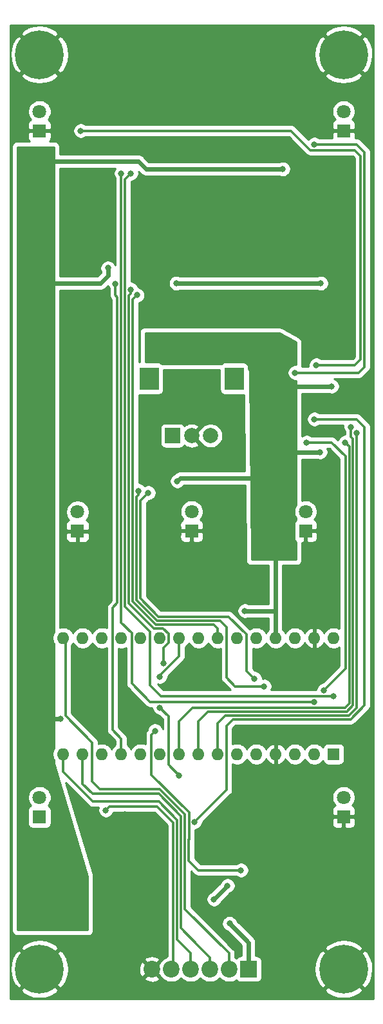
<source format=gbr>
G04 #@! TF.GenerationSoftware,KiCad,Pcbnew,(5.1.5)-3*
G04 #@! TF.CreationDate,2020-06-22T20:22:27+02:00*
G04 #@! TF.ProjectId,Mupi,4d757069-2e6b-4696-9361-645f70636258,rev?*
G04 #@! TF.SameCoordinates,Original*
G04 #@! TF.FileFunction,Copper,L2,Bot*
G04 #@! TF.FilePolarity,Positive*
%FSLAX46Y46*%
G04 Gerber Fmt 4.6, Leading zero omitted, Abs format (unit mm)*
G04 Created by KiCad (PCBNEW (5.1.5)-3) date 2020-06-22 20:22:27*
%MOMM*%
%LPD*%
G04 APERTURE LIST*
%ADD10R,1.600000X1.600000*%
%ADD11O,1.600000X1.600000*%
%ADD12R,1.800000X1.800000*%
%ADD13C,1.800000*%
%ADD14R,2.200000X2.200000*%
%ADD15C,2.200000*%
%ADD16R,2.500000X3.000000*%
%ADD17C,2.000000*%
%ADD18R,2.000000X2.000000*%
%ADD19C,0.800000*%
%ADD20C,6.400000*%
%ADD21C,0.300000*%
%ADD22C,0.600000*%
%ADD23C,0.254000*%
G04 APERTURE END LIST*
D10*
X78688000Y-131774000D03*
D11*
X45668000Y-116534000D03*
X76148000Y-131774000D03*
X48208000Y-116534000D03*
X73608000Y-131774000D03*
X50748000Y-116534000D03*
X71068000Y-131774000D03*
X53288000Y-116534000D03*
X68528000Y-131774000D03*
X55828000Y-116534000D03*
X65988000Y-131774000D03*
X58368000Y-116534000D03*
X63448000Y-131774000D03*
X60908000Y-116534000D03*
X60908000Y-131774000D03*
X63448000Y-116534000D03*
X58368000Y-131774000D03*
X65988000Y-116534000D03*
X55828000Y-131774000D03*
X68528000Y-116534000D03*
X53288000Y-131774000D03*
X71068000Y-116534000D03*
X50748000Y-131774000D03*
X73608000Y-116534000D03*
X48208000Y-131774000D03*
X76148000Y-116534000D03*
X45668000Y-131774000D03*
X78688000Y-116534000D03*
X43128000Y-131774000D03*
X43128000Y-116534000D03*
D12*
X40000000Y-50000000D03*
D13*
X40000000Y-47460000D03*
D12*
X80000000Y-50000000D03*
D13*
X80000000Y-47460000D03*
X45000000Y-100000000D03*
D12*
X45000000Y-102540000D03*
D13*
X60000000Y-99960000D03*
D12*
X60000000Y-102500000D03*
X75000000Y-102500000D03*
D13*
X75000000Y-99960000D03*
X40000000Y-137460000D03*
D12*
X40000000Y-140000000D03*
X80000000Y-140000000D03*
D13*
X80000000Y-137460000D03*
D14*
X67500000Y-160000000D03*
D15*
X64960000Y-160000000D03*
X62420000Y-160000000D03*
X59880000Y-160000000D03*
X57340000Y-160000000D03*
X54800000Y-160000000D03*
D16*
X65600000Y-82500000D03*
X54400000Y-82500000D03*
D17*
X62500000Y-90000000D03*
X60000000Y-90000000D03*
D18*
X57500000Y-90000000D03*
D19*
X41697056Y-38302944D03*
X40000000Y-37600000D03*
X38302944Y-38302944D03*
X37600000Y-40000000D03*
X38302944Y-41697056D03*
X40000000Y-42400000D03*
X41697056Y-41697056D03*
X42400000Y-40000000D03*
D20*
X40000000Y-40000000D03*
X80000000Y-40000000D03*
D19*
X82400000Y-40000000D03*
X81697056Y-41697056D03*
X80000000Y-42400000D03*
X78302944Y-41697056D03*
X77600000Y-40000000D03*
X78302944Y-38302944D03*
X80000000Y-37600000D03*
X81697056Y-38302944D03*
X41697056Y-158302944D03*
X40000000Y-157600000D03*
X38302944Y-158302944D03*
X37600000Y-160000000D03*
X38302944Y-161697056D03*
X40000000Y-162400000D03*
X41697056Y-161697056D03*
X42400000Y-160000000D03*
D20*
X40000000Y-160000000D03*
X80000000Y-160000000D03*
D19*
X82400000Y-160000000D03*
X81697056Y-161697056D03*
X80000000Y-162400000D03*
X78302944Y-161697056D03*
X77600000Y-160000000D03*
X78302944Y-158302944D03*
X80000000Y-157600000D03*
X81697056Y-158302944D03*
X55828000Y-121614000D03*
X55828000Y-125678000D03*
X58368000Y-134568000D03*
X41000000Y-53000000D03*
X72000000Y-55000000D03*
X49000000Y-68000000D03*
X58000000Y-70000000D03*
X77000000Y-70000000D03*
X58114000Y-95960000D03*
X41604000Y-76910000D03*
X41604000Y-78434000D03*
X41604000Y-80212000D03*
X54812000Y-76910000D03*
X54812000Y-78434000D03*
X54812000Y-79958000D03*
X78434000Y-83514000D03*
X41350000Y-120090000D03*
X67004000Y-112978000D03*
X62940000Y-150824000D03*
X64718000Y-149046000D03*
X45668000Y-148284000D03*
X45668000Y-148284000D03*
X45668000Y-151586000D03*
X45668000Y-150424003D03*
X76910002Y-92150000D03*
X42786635Y-127120260D03*
X48000000Y-64000000D03*
X63000000Y-121000000D03*
X51000000Y-125000000D03*
X48000000Y-125000000D03*
X51256000Y-139648000D03*
X81228000Y-129234000D03*
X75894000Y-93674000D03*
X77164000Y-120598000D03*
X75386000Y-112216000D03*
X57000000Y-48000000D03*
X57000000Y-52000000D03*
X60000000Y-57000000D03*
X80000000Y-79000000D03*
X69000000Y-75000000D03*
X55000000Y-145000000D03*
X55188001Y-128726000D03*
X66496000Y-147014000D03*
X53034000Y-97230000D03*
X69543996Y-122884000D03*
X49986000Y-70052000D03*
X54304000Y-97496000D03*
X68274000Y-121868000D03*
X52018000Y-70814000D03*
X56336000Y-119836000D03*
X81735996Y-89610000D03*
X52850051Y-71564000D03*
X80974000Y-88848000D03*
X52018002Y-55574000D03*
X78688000Y-124154000D03*
X80212000Y-90880000D03*
X50748000Y-55574000D03*
X76148000Y-124916000D03*
X48716000Y-139140000D03*
X65000000Y-154000000D03*
X45414000Y-49986000D03*
X76402000Y-80720000D03*
X76148000Y-51764000D03*
X73608000Y-81736000D03*
X76148000Y-87832000D03*
X60400000Y-140664006D03*
X77418000Y-123392000D03*
X75132000Y-90880000D03*
D21*
X55828000Y-121454002D02*
X55828000Y-121614000D01*
X58368000Y-116534000D02*
X58368000Y-118914002D01*
X58368000Y-118914002D02*
X55828000Y-121454002D01*
X56978001Y-133178001D02*
X58368000Y-134568000D01*
X55828000Y-125678000D02*
X56978001Y-126828001D01*
X56978001Y-126828001D02*
X56978001Y-133178001D01*
D22*
X72000000Y-55000000D02*
X54000000Y-55000000D01*
X54000000Y-55000000D02*
X53000000Y-54000000D01*
X53000000Y-54000000D02*
X41000000Y-54000000D01*
X41000000Y-54000000D02*
X41000000Y-53000000D01*
X49000000Y-68000000D02*
X49000000Y-69000000D01*
X49000000Y-69000000D02*
X48000000Y-70000000D01*
X48000000Y-70000000D02*
X41000000Y-70000000D01*
X58000000Y-70000000D02*
X77000000Y-70000000D01*
X58513999Y-95560001D02*
X68673999Y-95560001D01*
X58114000Y-95960000D02*
X58513999Y-95560001D01*
X78434000Y-83514000D02*
X73100000Y-83514000D01*
X67004000Y-112978000D02*
X71068000Y-112978000D01*
X71068000Y-116534000D02*
X71068000Y-112978000D01*
X71068000Y-112978000D02*
X71068000Y-105612000D01*
X62940000Y-150824000D02*
X64718000Y-149046000D01*
X73000000Y-92000000D02*
X73150000Y-92150000D01*
X76344317Y-92150000D02*
X76910002Y-92150000D01*
X73150000Y-92150000D02*
X76344317Y-92150000D01*
X42786635Y-127120260D02*
X41120260Y-127120260D01*
D21*
X60908000Y-147014000D02*
X66496000Y-147014000D01*
X59638000Y-145744000D02*
X60908000Y-147014000D01*
X54677999Y-129236002D02*
X54677999Y-134488879D01*
X54677999Y-134488879D02*
X59649999Y-139460879D01*
X59638000Y-142973998D02*
X59638000Y-145744000D01*
X55188001Y-128726000D02*
X54677999Y-129236002D01*
X59649999Y-139460879D02*
X59649999Y-142961999D01*
X59649999Y-142961999D02*
X59638000Y-142973998D01*
X53034000Y-97230000D02*
X53034000Y-97795685D01*
X53034000Y-97795685D02*
X52780000Y-98049685D01*
X65734000Y-122884000D02*
X68978311Y-122884000D01*
X68978311Y-122884000D02*
X69543996Y-122884000D01*
X55480220Y-114263980D02*
X63717980Y-114263980D01*
X64598001Y-121748001D02*
X65734000Y-122884000D01*
X63717980Y-114263980D02*
X64598001Y-115144001D01*
X64598001Y-115144001D02*
X64598001Y-121748001D01*
X52780000Y-111563760D02*
X55480220Y-114263980D01*
X52780000Y-98049685D02*
X52780000Y-111563760D01*
X50748000Y-129742000D02*
X50748000Y-131774000D01*
X49597999Y-128591999D02*
X50748000Y-129742000D01*
X49986000Y-71568010D02*
X50247990Y-71830000D01*
X49986000Y-70052000D02*
X49986000Y-71568010D01*
X50247990Y-71830000D02*
X50247990Y-111954010D01*
X50247990Y-111954010D02*
X49597999Y-112604001D01*
X49597999Y-112604001D02*
X49597999Y-128591999D01*
X67258000Y-116101998D02*
X67258000Y-120598000D01*
X53280010Y-98519990D02*
X53280010Y-111356650D01*
X55663360Y-113740000D02*
X64896002Y-113740000D01*
X54304000Y-97496000D02*
X53280010Y-98519990D01*
X53280010Y-111356650D02*
X55663360Y-113740000D01*
X64896002Y-113740000D02*
X67258000Y-116101998D01*
X67258000Y-120598000D02*
X67258000Y-120852000D01*
X67258000Y-120852000D02*
X68274000Y-121868000D01*
X51764000Y-111184020D02*
X51748020Y-111200000D01*
X51764000Y-71633685D02*
X51764000Y-111184020D01*
X52018000Y-70814000D02*
X52018000Y-71379685D01*
X52018000Y-71379685D02*
X51764000Y-71633685D01*
X51764000Y-111962000D02*
X55066000Y-115264000D01*
X51764000Y-111184020D02*
X51764000Y-111962000D01*
X56260002Y-115264000D02*
X56978001Y-115981999D01*
X55066000Y-115264000D02*
X56260002Y-115264000D01*
X56978001Y-115981999D02*
X56978001Y-117086001D01*
X56336000Y-119270315D02*
X56336000Y-119836000D01*
X56336000Y-117818002D02*
X56336000Y-119270315D01*
X56978001Y-117176001D02*
X56336000Y-117818002D01*
X63448000Y-131774000D02*
X63448000Y-130642630D01*
X63448000Y-130642630D02*
X63448000Y-128726000D01*
X63448000Y-128726000D02*
X63448000Y-127710000D01*
X63448000Y-127710000D02*
X64464000Y-126694000D01*
X64464000Y-126694000D02*
X80720000Y-126694000D01*
X80720000Y-126694000D02*
X81736000Y-125678000D01*
X81736000Y-125678000D02*
X81736000Y-89610000D01*
X52264010Y-72150041D02*
X52264010Y-111754890D01*
X63448000Y-115518000D02*
X63448000Y-116534000D01*
X52850051Y-71564000D02*
X52264010Y-72150041D01*
X55273110Y-114763990D02*
X62947990Y-114763990D01*
X63448000Y-115264000D02*
X63448000Y-115518000D01*
X52264010Y-111754890D02*
X55273110Y-114763990D01*
X62947990Y-114763990D02*
X63448000Y-115264000D01*
X81235990Y-90379990D02*
X80974000Y-90118000D01*
X80974000Y-89413685D02*
X80974000Y-88848000D01*
X80466000Y-126186000D02*
X81235990Y-125416010D01*
X60908000Y-131774000D02*
X60908000Y-127456000D01*
X81235990Y-125416010D02*
X81235990Y-90379990D01*
X80974000Y-90118000D02*
X80974000Y-89413685D01*
X60908000Y-127456000D02*
X62178000Y-126186000D01*
X62178000Y-126186000D02*
X80466000Y-126186000D01*
X52018002Y-55574000D02*
X51248010Y-56343992D01*
X51248010Y-56343992D02*
X51248010Y-112407132D01*
X51248010Y-112407132D02*
X54558000Y-115717122D01*
X54558000Y-122724002D02*
X55987998Y-124154000D01*
X55987998Y-124154000D02*
X78122315Y-124154000D01*
X54558000Y-115717122D02*
X54558000Y-122724002D01*
X78122315Y-124154000D02*
X78688000Y-124154000D01*
X80735980Y-91403980D02*
X80212000Y-90880000D01*
X58368000Y-127456000D02*
X60146000Y-125678000D01*
X58368000Y-131774000D02*
X58368000Y-127456000D01*
X60146000Y-125678000D02*
X80212000Y-125678000D01*
X80212000Y-125678000D02*
X80735980Y-125154020D01*
X80735980Y-125154020D02*
X80735980Y-91403980D01*
X50748000Y-55574000D02*
X50748000Y-114502000D01*
X52137999Y-115891999D02*
X52137999Y-122495999D01*
X50748000Y-114502000D02*
X52137999Y-115891999D01*
X52137999Y-122495999D02*
X54558000Y-124916000D01*
X54558000Y-124916000D02*
X76148000Y-124916000D01*
X57606000Y-140791000D02*
X55447000Y-138632000D01*
X49224000Y-138632000D02*
X48716000Y-139140000D01*
X55447000Y-138632000D02*
X49224000Y-138632000D01*
X57340000Y-160000000D02*
X57606000Y-159734000D01*
X57606000Y-159734000D02*
X57606000Y-140791000D01*
X45668000Y-135668000D02*
X45668000Y-132312000D01*
X55713560Y-137000000D02*
X47000000Y-137000000D01*
X62420000Y-158444366D02*
X61000000Y-157024366D01*
X58622000Y-139908440D02*
X55713560Y-137000000D01*
X61000000Y-157024366D02*
X61000000Y-157000000D01*
X47000000Y-137000000D02*
X45668000Y-135668000D01*
X61000000Y-157000000D02*
X58622000Y-154622000D01*
X62420000Y-160000000D02*
X62420000Y-158444366D01*
X58622000Y-154622000D02*
X58622000Y-139908440D01*
X43128000Y-134128000D02*
X43128000Y-132312000D01*
X47000000Y-138000000D02*
X43128000Y-134128000D01*
X59880000Y-157880000D02*
X58114000Y-156114000D01*
X58114000Y-140406880D02*
X55707120Y-138000000D01*
X59880000Y-160000000D02*
X59880000Y-157880000D01*
X58114000Y-156114000D02*
X58114000Y-140406880D01*
X55707120Y-138000000D02*
X47000000Y-138000000D01*
X43440000Y-126752000D02*
X43440000Y-116760000D01*
X46938000Y-130250000D02*
X43440000Y-126752000D01*
X46938000Y-135330000D02*
X46938000Y-130250000D01*
X64960000Y-157924000D02*
X59130000Y-152094000D01*
X47954000Y-136346000D02*
X46938000Y-135330000D01*
X55828000Y-136346000D02*
X47954000Y-136346000D01*
X59130000Y-152094000D02*
X59130000Y-139648000D01*
X64960000Y-160000000D02*
X64960000Y-157924000D01*
X59130000Y-139648000D02*
X55828000Y-136346000D01*
D22*
X67500000Y-160000000D02*
X67500000Y-156500000D01*
X67500000Y-156500000D02*
X65000000Y-154000000D01*
D21*
X73100000Y-49986000D02*
X45414000Y-49986000D01*
X75640000Y-52526000D02*
X73100000Y-49986000D01*
X81482000Y-80720000D02*
X82244000Y-79958000D01*
X76402000Y-80720000D02*
X81482000Y-80720000D01*
X82244000Y-79958000D02*
X82244000Y-53288000D01*
X82244000Y-53288000D02*
X81482000Y-52526000D01*
X81482000Y-52526000D02*
X75640000Y-52526000D01*
X76148000Y-51764000D02*
X81736000Y-51764000D01*
X81736000Y-51764000D02*
X82752000Y-52780000D01*
X82752000Y-52780000D02*
X82752000Y-80974000D01*
X82752000Y-80974000D02*
X81990000Y-81736000D01*
X81990000Y-81736000D02*
X73608000Y-81736000D01*
X65480000Y-127202000D02*
X64598001Y-128083999D01*
X81736000Y-87832000D02*
X82752000Y-88848000D01*
X82752000Y-88848000D02*
X82752000Y-125369120D01*
X60799999Y-140264007D02*
X60400000Y-140664006D01*
X76148000Y-87832000D02*
X81736000Y-87832000D01*
X64598001Y-128083999D02*
X64598001Y-136466005D01*
X82752000Y-125369120D02*
X80919120Y-127202000D01*
X80919120Y-127202000D02*
X65480000Y-127202000D01*
X64598001Y-136466005D02*
X60799999Y-140264007D01*
X75697685Y-90880000D02*
X75132000Y-90880000D01*
X80235970Y-92681970D02*
X78434000Y-90880000D01*
X77418000Y-123392000D02*
X80235970Y-120574030D01*
X80235970Y-120574030D02*
X80235970Y-92681970D01*
X78434000Y-90880000D02*
X75697685Y-90880000D01*
D23*
G36*
X83873000Y-163873000D02*
G01*
X36127000Y-163873000D01*
X36127000Y-162700881D01*
X37478724Y-162700881D01*
X37838912Y-163190548D01*
X38502882Y-163550849D01*
X39224385Y-163774694D01*
X39975695Y-163853480D01*
X40727938Y-163784178D01*
X41452208Y-163569452D01*
X42120670Y-163217555D01*
X42161088Y-163190548D01*
X42521276Y-162700881D01*
X77478724Y-162700881D01*
X77838912Y-163190548D01*
X78502882Y-163550849D01*
X79224385Y-163774694D01*
X79975695Y-163853480D01*
X80727938Y-163784178D01*
X81452208Y-163569452D01*
X82120670Y-163217555D01*
X82161088Y-163190548D01*
X82521276Y-162700881D01*
X80000000Y-160179605D01*
X77478724Y-162700881D01*
X42521276Y-162700881D01*
X40000000Y-160179605D01*
X37478724Y-162700881D01*
X36127000Y-162700881D01*
X36127000Y-159975695D01*
X36146520Y-159975695D01*
X36215822Y-160727938D01*
X36430548Y-161452208D01*
X36782445Y-162120670D01*
X36809452Y-162161088D01*
X37299119Y-162521276D01*
X39820395Y-160000000D01*
X40179605Y-160000000D01*
X42700881Y-162521276D01*
X43190548Y-162161088D01*
X43550849Y-161497118D01*
X43640946Y-161206712D01*
X53772893Y-161206712D01*
X53880726Y-161481338D01*
X54187384Y-161632216D01*
X54517585Y-161720369D01*
X54858639Y-161742409D01*
X55197439Y-161697489D01*
X55520966Y-161587336D01*
X55719274Y-161481338D01*
X55827107Y-161206712D01*
X54800000Y-160179605D01*
X53772893Y-161206712D01*
X43640946Y-161206712D01*
X43774694Y-160775615D01*
X43849879Y-160058639D01*
X53057591Y-160058639D01*
X53102511Y-160397439D01*
X53212664Y-160720966D01*
X53318662Y-160919274D01*
X53593288Y-161027107D01*
X54620395Y-160000000D01*
X53593288Y-158972893D01*
X53318662Y-159080726D01*
X53167784Y-159387384D01*
X53079631Y-159717585D01*
X53057591Y-160058639D01*
X43849879Y-160058639D01*
X43853480Y-160024305D01*
X43784178Y-159272062D01*
X43642235Y-158793288D01*
X53772893Y-158793288D01*
X54800000Y-159820395D01*
X55827107Y-158793288D01*
X55719274Y-158518662D01*
X55412616Y-158367784D01*
X55082415Y-158279631D01*
X54741361Y-158257591D01*
X54402561Y-158302511D01*
X54079034Y-158412664D01*
X53880726Y-158518662D01*
X53772893Y-158793288D01*
X43642235Y-158793288D01*
X43569452Y-158547792D01*
X43217555Y-157879330D01*
X43190548Y-157838912D01*
X42700881Y-157478724D01*
X40179605Y-160000000D01*
X39820395Y-160000000D01*
X37299119Y-157478724D01*
X36809452Y-157838912D01*
X36449151Y-158502882D01*
X36225306Y-159224385D01*
X36146520Y-159975695D01*
X36127000Y-159975695D01*
X36127000Y-157299119D01*
X37478724Y-157299119D01*
X40000000Y-159820395D01*
X42521276Y-157299119D01*
X42161088Y-156809452D01*
X41497118Y-156449151D01*
X40775615Y-156225306D01*
X40024305Y-156146520D01*
X39272062Y-156215822D01*
X38547792Y-156430548D01*
X37879330Y-156782445D01*
X37838912Y-156809452D01*
X37478724Y-157299119D01*
X36127000Y-157299119D01*
X36127000Y-52000000D01*
X36365000Y-52000000D01*
X36365000Y-155000000D01*
X36377201Y-155123882D01*
X36413336Y-155243004D01*
X36472017Y-155352787D01*
X36550987Y-155449013D01*
X36647213Y-155527983D01*
X36756996Y-155586664D01*
X36876118Y-155622799D01*
X37000000Y-155635000D01*
X46430000Y-155635000D01*
X46553882Y-155622799D01*
X46673004Y-155586664D01*
X46782787Y-155527983D01*
X46879013Y-155449013D01*
X46957983Y-155352787D01*
X47016664Y-155243004D01*
X47052799Y-155123882D01*
X47065000Y-155000000D01*
X47065000Y-147776000D01*
X47038251Y-147593640D01*
X43422131Y-135532288D01*
X46417658Y-138527816D01*
X46442236Y-138557764D01*
X46472184Y-138582342D01*
X46472187Y-138582345D01*
X46501559Y-138606450D01*
X46561767Y-138655862D01*
X46698140Y-138728754D01*
X46846113Y-138773642D01*
X46921026Y-138781020D01*
X46961439Y-138785000D01*
X46961444Y-138785000D01*
X47000000Y-138788797D01*
X47038556Y-138785000D01*
X47742770Y-138785000D01*
X47720774Y-138838102D01*
X47681000Y-139038061D01*
X47681000Y-139241939D01*
X47720774Y-139441898D01*
X47798795Y-139630256D01*
X47912063Y-139799774D01*
X48056226Y-139943937D01*
X48225744Y-140057205D01*
X48414102Y-140135226D01*
X48614061Y-140175000D01*
X48817939Y-140175000D01*
X49017898Y-140135226D01*
X49206256Y-140057205D01*
X49375774Y-139943937D01*
X49519937Y-139799774D01*
X49633205Y-139630256D01*
X49711226Y-139441898D01*
X49716178Y-139417000D01*
X55121843Y-139417000D01*
X56821001Y-141116159D01*
X56821000Y-158337026D01*
X56518169Y-158462463D01*
X56234002Y-158652337D01*
X55992337Y-158894002D01*
X55804531Y-159175074D01*
X54979605Y-160000000D01*
X55804531Y-160824926D01*
X55992337Y-161105998D01*
X56234002Y-161347663D01*
X56518169Y-161537537D01*
X56833919Y-161668325D01*
X57169117Y-161735000D01*
X57510883Y-161735000D01*
X57846081Y-161668325D01*
X58161831Y-161537537D01*
X58445998Y-161347663D01*
X58610000Y-161183661D01*
X58774002Y-161347663D01*
X59058169Y-161537537D01*
X59373919Y-161668325D01*
X59709117Y-161735000D01*
X60050883Y-161735000D01*
X60386081Y-161668325D01*
X60701831Y-161537537D01*
X60985998Y-161347663D01*
X61150000Y-161183661D01*
X61314002Y-161347663D01*
X61598169Y-161537537D01*
X61913919Y-161668325D01*
X62249117Y-161735000D01*
X62590883Y-161735000D01*
X62926081Y-161668325D01*
X63241831Y-161537537D01*
X63525998Y-161347663D01*
X63690000Y-161183661D01*
X63854002Y-161347663D01*
X64138169Y-161537537D01*
X64453919Y-161668325D01*
X64789117Y-161735000D01*
X65130883Y-161735000D01*
X65466081Y-161668325D01*
X65781831Y-161537537D01*
X65882443Y-161470310D01*
X65948815Y-161551185D01*
X66045506Y-161630537D01*
X66155820Y-161689502D01*
X66275518Y-161725812D01*
X66400000Y-161738072D01*
X68600000Y-161738072D01*
X68724482Y-161725812D01*
X68844180Y-161689502D01*
X68954494Y-161630537D01*
X69051185Y-161551185D01*
X69130537Y-161454494D01*
X69189502Y-161344180D01*
X69225812Y-161224482D01*
X69238072Y-161100000D01*
X69238072Y-159975695D01*
X76146520Y-159975695D01*
X76215822Y-160727938D01*
X76430548Y-161452208D01*
X76782445Y-162120670D01*
X76809452Y-162161088D01*
X77299119Y-162521276D01*
X79820395Y-160000000D01*
X80179605Y-160000000D01*
X82700881Y-162521276D01*
X83190548Y-162161088D01*
X83550849Y-161497118D01*
X83774694Y-160775615D01*
X83853480Y-160024305D01*
X83784178Y-159272062D01*
X83569452Y-158547792D01*
X83217555Y-157879330D01*
X83190548Y-157838912D01*
X82700881Y-157478724D01*
X80179605Y-160000000D01*
X79820395Y-160000000D01*
X77299119Y-157478724D01*
X76809452Y-157838912D01*
X76449151Y-158502882D01*
X76225306Y-159224385D01*
X76146520Y-159975695D01*
X69238072Y-159975695D01*
X69238072Y-158900000D01*
X69225812Y-158775518D01*
X69189502Y-158655820D01*
X69130537Y-158545506D01*
X69051185Y-158448815D01*
X68954494Y-158369463D01*
X68844180Y-158310498D01*
X68724482Y-158274188D01*
X68600000Y-158261928D01*
X68435000Y-158261928D01*
X68435000Y-157299119D01*
X77478724Y-157299119D01*
X80000000Y-159820395D01*
X82521276Y-157299119D01*
X82161088Y-156809452D01*
X81497118Y-156449151D01*
X80775615Y-156225306D01*
X80024305Y-156146520D01*
X79272062Y-156215822D01*
X78547792Y-156430548D01*
X77879330Y-156782445D01*
X77838912Y-156809452D01*
X77478724Y-157299119D01*
X68435000Y-157299119D01*
X68435000Y-156545932D01*
X68439524Y-156500000D01*
X68421471Y-156316708D01*
X68394064Y-156226359D01*
X68368007Y-156140460D01*
X68281186Y-155978028D01*
X68164344Y-155835656D01*
X68128659Y-155806370D01*
X65977431Y-153655142D01*
X65917205Y-153509744D01*
X65803937Y-153340226D01*
X65659774Y-153196063D01*
X65490256Y-153082795D01*
X65301898Y-153004774D01*
X65101939Y-152965000D01*
X64898061Y-152965000D01*
X64698102Y-153004774D01*
X64509744Y-153082795D01*
X64340226Y-153196063D01*
X64196063Y-153340226D01*
X64082795Y-153509744D01*
X64004774Y-153698102D01*
X63965000Y-153898061D01*
X63965000Y-154101939D01*
X64004774Y-154301898D01*
X64082795Y-154490256D01*
X64196063Y-154659774D01*
X64340226Y-154803937D01*
X64509744Y-154917205D01*
X64655142Y-154977431D01*
X66565001Y-156887290D01*
X66565000Y-158261928D01*
X66400000Y-158261928D01*
X66275518Y-158274188D01*
X66155820Y-158310498D01*
X66045506Y-158369463D01*
X65948815Y-158448815D01*
X65882443Y-158529690D01*
X65781831Y-158462463D01*
X65745000Y-158447207D01*
X65745000Y-157962552D01*
X65748797Y-157923999D01*
X65745000Y-157885446D01*
X65745000Y-157885439D01*
X65733641Y-157770113D01*
X65688754Y-157622140D01*
X65615862Y-157485767D01*
X65517764Y-157366236D01*
X65487816Y-157341658D01*
X59915000Y-151768843D01*
X59915000Y-150722061D01*
X61905000Y-150722061D01*
X61905000Y-150925939D01*
X61944774Y-151125898D01*
X62022795Y-151314256D01*
X62136063Y-151483774D01*
X62280226Y-151627937D01*
X62449744Y-151741205D01*
X62638102Y-151819226D01*
X62838061Y-151859000D01*
X63041939Y-151859000D01*
X63241898Y-151819226D01*
X63430256Y-151741205D01*
X63599774Y-151627937D01*
X63743937Y-151483774D01*
X63857205Y-151314256D01*
X63917431Y-151168858D01*
X65062858Y-150023431D01*
X65208256Y-149963205D01*
X65377774Y-149849937D01*
X65521937Y-149705774D01*
X65635205Y-149536256D01*
X65713226Y-149347898D01*
X65753000Y-149147939D01*
X65753000Y-148944061D01*
X65713226Y-148744102D01*
X65635205Y-148555744D01*
X65521937Y-148386226D01*
X65377774Y-148242063D01*
X65208256Y-148128795D01*
X65019898Y-148050774D01*
X64819939Y-148011000D01*
X64616061Y-148011000D01*
X64416102Y-148050774D01*
X64227744Y-148128795D01*
X64058226Y-148242063D01*
X63914063Y-148386226D01*
X63800795Y-148555744D01*
X63740569Y-148701142D01*
X62595142Y-149846569D01*
X62449744Y-149906795D01*
X62280226Y-150020063D01*
X62136063Y-150164226D01*
X62022795Y-150333744D01*
X61944774Y-150522102D01*
X61905000Y-150722061D01*
X59915000Y-150722061D01*
X59915000Y-147131158D01*
X60325658Y-147541815D01*
X60350236Y-147571764D01*
X60380184Y-147596342D01*
X60380187Y-147596345D01*
X60409559Y-147620450D01*
X60469767Y-147669862D01*
X60606140Y-147742754D01*
X60715738Y-147776000D01*
X60754112Y-147787641D01*
X60768490Y-147789057D01*
X60869439Y-147799000D01*
X60869446Y-147799000D01*
X60907999Y-147802797D01*
X60946552Y-147799000D01*
X65817289Y-147799000D01*
X65836226Y-147817937D01*
X66005744Y-147931205D01*
X66194102Y-148009226D01*
X66394061Y-148049000D01*
X66597939Y-148049000D01*
X66797898Y-148009226D01*
X66986256Y-147931205D01*
X67155774Y-147817937D01*
X67299937Y-147673774D01*
X67413205Y-147504256D01*
X67491226Y-147315898D01*
X67531000Y-147115939D01*
X67531000Y-146912061D01*
X67491226Y-146712102D01*
X67413205Y-146523744D01*
X67299937Y-146354226D01*
X67155774Y-146210063D01*
X66986256Y-146096795D01*
X66797898Y-146018774D01*
X66597939Y-145979000D01*
X66394061Y-145979000D01*
X66194102Y-146018774D01*
X66005744Y-146096795D01*
X65836226Y-146210063D01*
X65817289Y-146229000D01*
X61233158Y-146229000D01*
X60423000Y-145418843D01*
X60423000Y-143117996D01*
X60423640Y-143115886D01*
X60434999Y-143000560D01*
X60434999Y-143000553D01*
X60438796Y-142962000D01*
X60434999Y-142923447D01*
X60434999Y-141699006D01*
X60501939Y-141699006D01*
X60701898Y-141659232D01*
X60890256Y-141581211D01*
X61059774Y-141467943D01*
X61203937Y-141323780D01*
X61317205Y-141154262D01*
X61395226Y-140965904D01*
X61408335Y-140900000D01*
X78461928Y-140900000D01*
X78474188Y-141024482D01*
X78510498Y-141144180D01*
X78569463Y-141254494D01*
X78648815Y-141351185D01*
X78745506Y-141430537D01*
X78855820Y-141489502D01*
X78975518Y-141525812D01*
X79100000Y-141538072D01*
X79714250Y-141535000D01*
X79873000Y-141376250D01*
X79873000Y-140127000D01*
X80127000Y-140127000D01*
X80127000Y-141376250D01*
X80285750Y-141535000D01*
X80900000Y-141538072D01*
X81024482Y-141525812D01*
X81144180Y-141489502D01*
X81254494Y-141430537D01*
X81351185Y-141351185D01*
X81430537Y-141254494D01*
X81489502Y-141144180D01*
X81525812Y-141024482D01*
X81538072Y-140900000D01*
X81535000Y-140285750D01*
X81376250Y-140127000D01*
X80127000Y-140127000D01*
X79873000Y-140127000D01*
X78623750Y-140127000D01*
X78465000Y-140285750D01*
X78461928Y-140900000D01*
X61408335Y-140900000D01*
X61435000Y-140765945D01*
X61435000Y-140739163D01*
X63074163Y-139100000D01*
X78461928Y-139100000D01*
X78465000Y-139714250D01*
X78623750Y-139873000D01*
X79873000Y-139873000D01*
X79873000Y-139853000D01*
X80127000Y-139853000D01*
X80127000Y-139873000D01*
X81376250Y-139873000D01*
X81535000Y-139714250D01*
X81538072Y-139100000D01*
X81525812Y-138975518D01*
X81489502Y-138855820D01*
X81430537Y-138745506D01*
X81351185Y-138648815D01*
X81254494Y-138569463D01*
X81144180Y-138510498D01*
X81125873Y-138504944D01*
X81192312Y-138438505D01*
X81360299Y-138187095D01*
X81476011Y-137907743D01*
X81535000Y-137611184D01*
X81535000Y-137308816D01*
X81476011Y-137012257D01*
X81360299Y-136732905D01*
X81192312Y-136481495D01*
X80978505Y-136267688D01*
X80727095Y-136099701D01*
X80447743Y-135983989D01*
X80151184Y-135925000D01*
X79848816Y-135925000D01*
X79552257Y-135983989D01*
X79272905Y-136099701D01*
X79021495Y-136267688D01*
X78807688Y-136481495D01*
X78639701Y-136732905D01*
X78523989Y-137012257D01*
X78465000Y-137308816D01*
X78465000Y-137611184D01*
X78523989Y-137907743D01*
X78639701Y-138187095D01*
X78807688Y-138438505D01*
X78874127Y-138504944D01*
X78855820Y-138510498D01*
X78745506Y-138569463D01*
X78648815Y-138648815D01*
X78569463Y-138745506D01*
X78510498Y-138855820D01*
X78474188Y-138975518D01*
X78461928Y-139100000D01*
X63074163Y-139100000D01*
X65125817Y-137048347D01*
X65155765Y-137023769D01*
X65253863Y-136904238D01*
X65326755Y-136767865D01*
X65337360Y-136732905D01*
X65371643Y-136619892D01*
X65379021Y-136544979D01*
X65383001Y-136504566D01*
X65383001Y-136504561D01*
X65386798Y-136466005D01*
X65383001Y-136427450D01*
X65383001Y-133076633D01*
X65569426Y-133153853D01*
X65846665Y-133209000D01*
X66129335Y-133209000D01*
X66406574Y-133153853D01*
X66667727Y-133045680D01*
X66902759Y-132888637D01*
X67102637Y-132688759D01*
X67258000Y-132456241D01*
X67413363Y-132688759D01*
X67613241Y-132888637D01*
X67848273Y-133045680D01*
X68109426Y-133153853D01*
X68386665Y-133209000D01*
X68669335Y-133209000D01*
X68946574Y-133153853D01*
X69207727Y-133045680D01*
X69442759Y-132888637D01*
X69642637Y-132688759D01*
X69799680Y-132453727D01*
X69804067Y-132443135D01*
X69915615Y-132629131D01*
X70104586Y-132837519D01*
X70330580Y-133005037D01*
X70584913Y-133125246D01*
X70718961Y-133165904D01*
X70941000Y-133043915D01*
X70941000Y-131901000D01*
X70921000Y-131901000D01*
X70921000Y-131647000D01*
X70941000Y-131647000D01*
X70941000Y-130504085D01*
X71195000Y-130504085D01*
X71195000Y-131647000D01*
X71215000Y-131647000D01*
X71215000Y-131901000D01*
X71195000Y-131901000D01*
X71195000Y-133043915D01*
X71417039Y-133165904D01*
X71551087Y-133125246D01*
X71805420Y-133005037D01*
X72031414Y-132837519D01*
X72220385Y-132629131D01*
X72331933Y-132443135D01*
X72336320Y-132453727D01*
X72493363Y-132688759D01*
X72693241Y-132888637D01*
X72928273Y-133045680D01*
X73189426Y-133153853D01*
X73466665Y-133209000D01*
X73749335Y-133209000D01*
X74026574Y-133153853D01*
X74287727Y-133045680D01*
X74522759Y-132888637D01*
X74722637Y-132688759D01*
X74878000Y-132456241D01*
X75033363Y-132688759D01*
X75233241Y-132888637D01*
X75468273Y-133045680D01*
X75729426Y-133153853D01*
X76006665Y-133209000D01*
X76289335Y-133209000D01*
X76566574Y-133153853D01*
X76827727Y-133045680D01*
X77062759Y-132888637D01*
X77261357Y-132690039D01*
X77262188Y-132698482D01*
X77298498Y-132818180D01*
X77357463Y-132928494D01*
X77436815Y-133025185D01*
X77533506Y-133104537D01*
X77643820Y-133163502D01*
X77763518Y-133199812D01*
X77888000Y-133212072D01*
X79488000Y-133212072D01*
X79612482Y-133199812D01*
X79732180Y-133163502D01*
X79842494Y-133104537D01*
X79939185Y-133025185D01*
X80018537Y-132928494D01*
X80077502Y-132818180D01*
X80113812Y-132698482D01*
X80126072Y-132574000D01*
X80126072Y-130974000D01*
X80113812Y-130849518D01*
X80077502Y-130729820D01*
X80018537Y-130619506D01*
X79939185Y-130522815D01*
X79842494Y-130443463D01*
X79732180Y-130384498D01*
X79612482Y-130348188D01*
X79488000Y-130335928D01*
X77888000Y-130335928D01*
X77763518Y-130348188D01*
X77643820Y-130384498D01*
X77533506Y-130443463D01*
X77436815Y-130522815D01*
X77357463Y-130619506D01*
X77298498Y-130729820D01*
X77262188Y-130849518D01*
X77261357Y-130857961D01*
X77062759Y-130659363D01*
X76827727Y-130502320D01*
X76566574Y-130394147D01*
X76289335Y-130339000D01*
X76006665Y-130339000D01*
X75729426Y-130394147D01*
X75468273Y-130502320D01*
X75233241Y-130659363D01*
X75033363Y-130859241D01*
X74878000Y-131091759D01*
X74722637Y-130859241D01*
X74522759Y-130659363D01*
X74287727Y-130502320D01*
X74026574Y-130394147D01*
X73749335Y-130339000D01*
X73466665Y-130339000D01*
X73189426Y-130394147D01*
X72928273Y-130502320D01*
X72693241Y-130659363D01*
X72493363Y-130859241D01*
X72336320Y-131094273D01*
X72331933Y-131104865D01*
X72220385Y-130918869D01*
X72031414Y-130710481D01*
X71805420Y-130542963D01*
X71551087Y-130422754D01*
X71417039Y-130382096D01*
X71195000Y-130504085D01*
X70941000Y-130504085D01*
X70718961Y-130382096D01*
X70584913Y-130422754D01*
X70330580Y-130542963D01*
X70104586Y-130710481D01*
X69915615Y-130918869D01*
X69804067Y-131104865D01*
X69799680Y-131094273D01*
X69642637Y-130859241D01*
X69442759Y-130659363D01*
X69207727Y-130502320D01*
X68946574Y-130394147D01*
X68669335Y-130339000D01*
X68386665Y-130339000D01*
X68109426Y-130394147D01*
X67848273Y-130502320D01*
X67613241Y-130659363D01*
X67413363Y-130859241D01*
X67258000Y-131091759D01*
X67102637Y-130859241D01*
X66902759Y-130659363D01*
X66667727Y-130502320D01*
X66406574Y-130394147D01*
X66129335Y-130339000D01*
X65846665Y-130339000D01*
X65569426Y-130394147D01*
X65383001Y-130471367D01*
X65383001Y-128409156D01*
X65805158Y-127987000D01*
X80880567Y-127987000D01*
X80919120Y-127990797D01*
X80957673Y-127987000D01*
X80957681Y-127987000D01*
X81073007Y-127975641D01*
X81220980Y-127930754D01*
X81357353Y-127857862D01*
X81476884Y-127759764D01*
X81501467Y-127729810D01*
X83279810Y-125951467D01*
X83309764Y-125926884D01*
X83407862Y-125807353D01*
X83480754Y-125670980D01*
X83488710Y-125644753D01*
X83525642Y-125523007D01*
X83533020Y-125448094D01*
X83537000Y-125407681D01*
X83537000Y-125407676D01*
X83540797Y-125369120D01*
X83537000Y-125330564D01*
X83537000Y-88886555D01*
X83540797Y-88848000D01*
X83537000Y-88809440D01*
X83537000Y-88809439D01*
X83531719Y-88755820D01*
X83525642Y-88694113D01*
X83480754Y-88546140D01*
X83449604Y-88487862D01*
X83407862Y-88409767D01*
X83309764Y-88290236D01*
X83279817Y-88265659D01*
X82318347Y-87304190D01*
X82293764Y-87274236D01*
X82174233Y-87176138D01*
X82037860Y-87103246D01*
X81889887Y-87058359D01*
X81774561Y-87047000D01*
X81774553Y-87047000D01*
X81736000Y-87043203D01*
X81697447Y-87047000D01*
X76826711Y-87047000D01*
X76807774Y-87028063D01*
X76638256Y-86914795D01*
X76449898Y-86836774D01*
X76249939Y-86797000D01*
X76046061Y-86797000D01*
X75846102Y-86836774D01*
X75657744Y-86914795D01*
X75488226Y-87028063D01*
X75344063Y-87172226D01*
X75230795Y-87341744D01*
X75152774Y-87530102D01*
X75113000Y-87730061D01*
X75113000Y-87933939D01*
X75152774Y-88133898D01*
X75230795Y-88322256D01*
X75344063Y-88491774D01*
X75488226Y-88635937D01*
X75657744Y-88749205D01*
X75846102Y-88827226D01*
X76046061Y-88867000D01*
X76249939Y-88867000D01*
X76449898Y-88827226D01*
X76638256Y-88749205D01*
X76807774Y-88635937D01*
X76826711Y-88617000D01*
X79964672Y-88617000D01*
X79939000Y-88746061D01*
X79939000Y-88949939D01*
X79978774Y-89149898D01*
X80056795Y-89338256D01*
X80170063Y-89507774D01*
X80189000Y-89526711D01*
X80189000Y-89845000D01*
X80110061Y-89845000D01*
X79910102Y-89884774D01*
X79721744Y-89962795D01*
X79552226Y-90076063D01*
X79408063Y-90220226D01*
X79294795Y-90389744D01*
X79224238Y-90560081D01*
X79016347Y-90352190D01*
X78991764Y-90322236D01*
X78872233Y-90224138D01*
X78735860Y-90151246D01*
X78587887Y-90106359D01*
X78472561Y-90095000D01*
X78472553Y-90095000D01*
X78434000Y-90091203D01*
X78395447Y-90095000D01*
X75810711Y-90095000D01*
X75791774Y-90076063D01*
X75622256Y-89962795D01*
X75433898Y-89884774D01*
X75233939Y-89845000D01*
X75030061Y-89845000D01*
X74830102Y-89884774D01*
X74641744Y-89962795D01*
X74497000Y-90059510D01*
X74497000Y-84449000D01*
X77986705Y-84449000D01*
X78132102Y-84509226D01*
X78332061Y-84549000D01*
X78535939Y-84549000D01*
X78735898Y-84509226D01*
X78924256Y-84431205D01*
X79093774Y-84317937D01*
X79237937Y-84173774D01*
X79351205Y-84004256D01*
X79429226Y-83815898D01*
X79469000Y-83615939D01*
X79469000Y-83412061D01*
X79429226Y-83212102D01*
X79351205Y-83023744D01*
X79237937Y-82854226D01*
X79093774Y-82710063D01*
X78924256Y-82596795D01*
X78741272Y-82521000D01*
X81951447Y-82521000D01*
X81990000Y-82524797D01*
X82028553Y-82521000D01*
X82028561Y-82521000D01*
X82143887Y-82509641D01*
X82291860Y-82464754D01*
X82428233Y-82391862D01*
X82547764Y-82293764D01*
X82572347Y-82263810D01*
X83279810Y-81556347D01*
X83309764Y-81531764D01*
X83407862Y-81412233D01*
X83480754Y-81275860D01*
X83525642Y-81127887D01*
X83536667Y-81015937D01*
X83537000Y-81012561D01*
X83537000Y-81012556D01*
X83540797Y-80974000D01*
X83537000Y-80935444D01*
X83537000Y-52818555D01*
X83540797Y-52780000D01*
X83537000Y-52741440D01*
X83537000Y-52741439D01*
X83532732Y-52698102D01*
X83525642Y-52626113D01*
X83480754Y-52478140D01*
X83449604Y-52419862D01*
X83407862Y-52341767D01*
X83309764Y-52222236D01*
X83279817Y-52197659D01*
X82318347Y-51236190D01*
X82293764Y-51206236D01*
X82174233Y-51108138D01*
X82037860Y-51035246D01*
X81889887Y-50990359D01*
X81774561Y-50979000D01*
X81774553Y-50979000D01*
X81736000Y-50975203D01*
X81697447Y-50979000D01*
X81530291Y-50979000D01*
X81538072Y-50900000D01*
X81535000Y-50285750D01*
X81376250Y-50127000D01*
X80127000Y-50127000D01*
X80127000Y-50147000D01*
X79873000Y-50147000D01*
X79873000Y-50127000D01*
X78623750Y-50127000D01*
X78465000Y-50285750D01*
X78461928Y-50900000D01*
X78469709Y-50979000D01*
X76826711Y-50979000D01*
X76807774Y-50960063D01*
X76638256Y-50846795D01*
X76449898Y-50768774D01*
X76249939Y-50729000D01*
X76046061Y-50729000D01*
X75846102Y-50768774D01*
X75657744Y-50846795D01*
X75488226Y-50960063D01*
X75344063Y-51104226D01*
X75337783Y-51113625D01*
X73682347Y-49458190D01*
X73657764Y-49428236D01*
X73538233Y-49330138D01*
X73401860Y-49257246D01*
X73253887Y-49212359D01*
X73138561Y-49201000D01*
X73138553Y-49201000D01*
X73100000Y-49197203D01*
X73061447Y-49201000D01*
X46092711Y-49201000D01*
X46073774Y-49182063D01*
X45950958Y-49100000D01*
X78461928Y-49100000D01*
X78465000Y-49714250D01*
X78623750Y-49873000D01*
X79873000Y-49873000D01*
X79873000Y-49853000D01*
X80127000Y-49853000D01*
X80127000Y-49873000D01*
X81376250Y-49873000D01*
X81535000Y-49714250D01*
X81538072Y-49100000D01*
X81525812Y-48975518D01*
X81489502Y-48855820D01*
X81430537Y-48745506D01*
X81351185Y-48648815D01*
X81254494Y-48569463D01*
X81144180Y-48510498D01*
X81125873Y-48504944D01*
X81192312Y-48438505D01*
X81360299Y-48187095D01*
X81476011Y-47907743D01*
X81535000Y-47611184D01*
X81535000Y-47308816D01*
X81476011Y-47012257D01*
X81360299Y-46732905D01*
X81192312Y-46481495D01*
X80978505Y-46267688D01*
X80727095Y-46099701D01*
X80447743Y-45983989D01*
X80151184Y-45925000D01*
X79848816Y-45925000D01*
X79552257Y-45983989D01*
X79272905Y-46099701D01*
X79021495Y-46267688D01*
X78807688Y-46481495D01*
X78639701Y-46732905D01*
X78523989Y-47012257D01*
X78465000Y-47308816D01*
X78465000Y-47611184D01*
X78523989Y-47907743D01*
X78639701Y-48187095D01*
X78807688Y-48438505D01*
X78874127Y-48504944D01*
X78855820Y-48510498D01*
X78745506Y-48569463D01*
X78648815Y-48648815D01*
X78569463Y-48745506D01*
X78510498Y-48855820D01*
X78474188Y-48975518D01*
X78461928Y-49100000D01*
X45950958Y-49100000D01*
X45904256Y-49068795D01*
X45715898Y-48990774D01*
X45515939Y-48951000D01*
X45312061Y-48951000D01*
X45112102Y-48990774D01*
X44923744Y-49068795D01*
X44754226Y-49182063D01*
X44610063Y-49326226D01*
X44496795Y-49495744D01*
X44418774Y-49684102D01*
X44379000Y-49884061D01*
X44379000Y-50087939D01*
X44418774Y-50287898D01*
X44496795Y-50476256D01*
X44610063Y-50645774D01*
X44754226Y-50789937D01*
X44923744Y-50903205D01*
X45112102Y-50981226D01*
X45312061Y-51021000D01*
X45515939Y-51021000D01*
X45715898Y-50981226D01*
X45904256Y-50903205D01*
X46073774Y-50789937D01*
X46092711Y-50771000D01*
X72774843Y-50771000D01*
X75057658Y-53053816D01*
X75082236Y-53083764D01*
X75112184Y-53108342D01*
X75112187Y-53108345D01*
X75141002Y-53131993D01*
X75201767Y-53181862D01*
X75338140Y-53254754D01*
X75447738Y-53288000D01*
X75486112Y-53299641D01*
X75500490Y-53301057D01*
X75601439Y-53311000D01*
X75601446Y-53311000D01*
X75639999Y-53314797D01*
X75678552Y-53311000D01*
X81156843Y-53311000D01*
X81459001Y-53613158D01*
X81459000Y-79632843D01*
X81156843Y-79935000D01*
X77080711Y-79935000D01*
X77061774Y-79916063D01*
X76892256Y-79802795D01*
X76703898Y-79724774D01*
X76503939Y-79685000D01*
X76300061Y-79685000D01*
X76100102Y-79724774D01*
X75911744Y-79802795D01*
X75742226Y-79916063D01*
X75598063Y-80060226D01*
X75484795Y-80229744D01*
X75406774Y-80418102D01*
X75367000Y-80618061D01*
X75367000Y-80821939D01*
X75392672Y-80951000D01*
X74497000Y-80951000D01*
X74497000Y-77672000D01*
X74472568Y-77497552D01*
X74426803Y-77381788D01*
X74359333Y-77277177D01*
X74272750Y-77187739D01*
X74170383Y-77116910D01*
X71884383Y-75846910D01*
X71819004Y-75815336D01*
X71699882Y-75779201D01*
X71576000Y-75767000D01*
X53796000Y-75767000D01*
X53672118Y-75779201D01*
X53552996Y-75815336D01*
X53443213Y-75874017D01*
X53346987Y-75952987D01*
X53268017Y-76049213D01*
X53209336Y-76158996D01*
X53173201Y-76278118D01*
X53161000Y-76402000D01*
X53161000Y-80361928D01*
X53150000Y-80361928D01*
X53049010Y-80371874D01*
X53049010Y-72579702D01*
X53151949Y-72559226D01*
X53340307Y-72481205D01*
X53509825Y-72367937D01*
X53653988Y-72223774D01*
X53767256Y-72054256D01*
X53845277Y-71865898D01*
X53885051Y-71665939D01*
X53885051Y-71462061D01*
X53845277Y-71262102D01*
X53767256Y-71073744D01*
X53653988Y-70904226D01*
X53509825Y-70760063D01*
X53340307Y-70646795D01*
X53151949Y-70568774D01*
X53019248Y-70542378D01*
X53013226Y-70512102D01*
X52935205Y-70323744D01*
X52821937Y-70154226D01*
X52677774Y-70010063D01*
X52510151Y-69898061D01*
X56965000Y-69898061D01*
X56965000Y-70101939D01*
X57004774Y-70301898D01*
X57082795Y-70490256D01*
X57196063Y-70659774D01*
X57340226Y-70803937D01*
X57509744Y-70917205D01*
X57698102Y-70995226D01*
X57898061Y-71035000D01*
X58101939Y-71035000D01*
X58301898Y-70995226D01*
X58447295Y-70935000D01*
X76552705Y-70935000D01*
X76698102Y-70995226D01*
X76898061Y-71035000D01*
X77101939Y-71035000D01*
X77301898Y-70995226D01*
X77490256Y-70917205D01*
X77659774Y-70803937D01*
X77803937Y-70659774D01*
X77917205Y-70490256D01*
X77995226Y-70301898D01*
X78035000Y-70101939D01*
X78035000Y-69898061D01*
X77995226Y-69698102D01*
X77917205Y-69509744D01*
X77803937Y-69340226D01*
X77659774Y-69196063D01*
X77490256Y-69082795D01*
X77301898Y-69004774D01*
X77101939Y-68965000D01*
X76898061Y-68965000D01*
X76698102Y-69004774D01*
X76552705Y-69065000D01*
X58447295Y-69065000D01*
X58301898Y-69004774D01*
X58101939Y-68965000D01*
X57898061Y-68965000D01*
X57698102Y-69004774D01*
X57509744Y-69082795D01*
X57340226Y-69196063D01*
X57196063Y-69340226D01*
X57082795Y-69509744D01*
X57004774Y-69698102D01*
X56965000Y-69898061D01*
X52510151Y-69898061D01*
X52508256Y-69896795D01*
X52319898Y-69818774D01*
X52119939Y-69779000D01*
X52033010Y-69779000D01*
X52033010Y-56669149D01*
X52093159Y-56609000D01*
X52119941Y-56609000D01*
X52319900Y-56569226D01*
X52508258Y-56491205D01*
X52677776Y-56377937D01*
X52821939Y-56233774D01*
X52935207Y-56064256D01*
X53013228Y-55875898D01*
X53053002Y-55675939D01*
X53053002Y-55472061D01*
X53028974Y-55351263D01*
X53306370Y-55628659D01*
X53335656Y-55664344D01*
X53478028Y-55781186D01*
X53543498Y-55816180D01*
X53640459Y-55868007D01*
X53816708Y-55921472D01*
X54000000Y-55939524D01*
X54045935Y-55935000D01*
X71552705Y-55935000D01*
X71698102Y-55995226D01*
X71898061Y-56035000D01*
X72101939Y-56035000D01*
X72301898Y-55995226D01*
X72490256Y-55917205D01*
X72659774Y-55803937D01*
X72803937Y-55659774D01*
X72917205Y-55490256D01*
X72995226Y-55301898D01*
X73035000Y-55101939D01*
X73035000Y-54898061D01*
X72995226Y-54698102D01*
X72917205Y-54509744D01*
X72803937Y-54340226D01*
X72659774Y-54196063D01*
X72490256Y-54082795D01*
X72301898Y-54004774D01*
X72101939Y-53965000D01*
X71898061Y-53965000D01*
X71698102Y-54004774D01*
X71552705Y-54065000D01*
X54387289Y-54065000D01*
X53693630Y-53371341D01*
X53664344Y-53335656D01*
X53521972Y-53218814D01*
X53359540Y-53131993D01*
X53183292Y-53078529D01*
X53045932Y-53065000D01*
X53000000Y-53060476D01*
X52954068Y-53065000D01*
X42635000Y-53065000D01*
X42635000Y-52000000D01*
X42622799Y-51876118D01*
X42586664Y-51756996D01*
X42527983Y-51647213D01*
X42449013Y-51550987D01*
X42352787Y-51472017D01*
X42243004Y-51413336D01*
X42123882Y-51377201D01*
X42000000Y-51365000D01*
X41334351Y-51365000D01*
X41351185Y-51351185D01*
X41430537Y-51254494D01*
X41489502Y-51144180D01*
X41525812Y-51024482D01*
X41538072Y-50900000D01*
X41535000Y-50285750D01*
X41376250Y-50127000D01*
X40127000Y-50127000D01*
X40127000Y-50147000D01*
X39873000Y-50147000D01*
X39873000Y-50127000D01*
X38623750Y-50127000D01*
X38465000Y-50285750D01*
X38461928Y-50900000D01*
X38474188Y-51024482D01*
X38510498Y-51144180D01*
X38569463Y-51254494D01*
X38648815Y-51351185D01*
X38665649Y-51365000D01*
X37000000Y-51365000D01*
X36876118Y-51377201D01*
X36756996Y-51413336D01*
X36647213Y-51472017D01*
X36550987Y-51550987D01*
X36472017Y-51647213D01*
X36413336Y-51756996D01*
X36377201Y-51876118D01*
X36365000Y-52000000D01*
X36127000Y-52000000D01*
X36127000Y-49100000D01*
X38461928Y-49100000D01*
X38465000Y-49714250D01*
X38623750Y-49873000D01*
X39873000Y-49873000D01*
X39873000Y-49853000D01*
X40127000Y-49853000D01*
X40127000Y-49873000D01*
X41376250Y-49873000D01*
X41535000Y-49714250D01*
X41538072Y-49100000D01*
X41525812Y-48975518D01*
X41489502Y-48855820D01*
X41430537Y-48745506D01*
X41351185Y-48648815D01*
X41254494Y-48569463D01*
X41144180Y-48510498D01*
X41125873Y-48504944D01*
X41192312Y-48438505D01*
X41360299Y-48187095D01*
X41476011Y-47907743D01*
X41535000Y-47611184D01*
X41535000Y-47308816D01*
X41476011Y-47012257D01*
X41360299Y-46732905D01*
X41192312Y-46481495D01*
X40978505Y-46267688D01*
X40727095Y-46099701D01*
X40447743Y-45983989D01*
X40151184Y-45925000D01*
X39848816Y-45925000D01*
X39552257Y-45983989D01*
X39272905Y-46099701D01*
X39021495Y-46267688D01*
X38807688Y-46481495D01*
X38639701Y-46732905D01*
X38523989Y-47012257D01*
X38465000Y-47308816D01*
X38465000Y-47611184D01*
X38523989Y-47907743D01*
X38639701Y-48187095D01*
X38807688Y-48438505D01*
X38874127Y-48504944D01*
X38855820Y-48510498D01*
X38745506Y-48569463D01*
X38648815Y-48648815D01*
X38569463Y-48745506D01*
X38510498Y-48855820D01*
X38474188Y-48975518D01*
X38461928Y-49100000D01*
X36127000Y-49100000D01*
X36127000Y-42700881D01*
X37478724Y-42700881D01*
X37838912Y-43190548D01*
X38502882Y-43550849D01*
X39224385Y-43774694D01*
X39975695Y-43853480D01*
X40727938Y-43784178D01*
X41452208Y-43569452D01*
X42120670Y-43217555D01*
X42161088Y-43190548D01*
X42521276Y-42700881D01*
X77478724Y-42700881D01*
X77838912Y-43190548D01*
X78502882Y-43550849D01*
X79224385Y-43774694D01*
X79975695Y-43853480D01*
X80727938Y-43784178D01*
X81452208Y-43569452D01*
X82120670Y-43217555D01*
X82161088Y-43190548D01*
X82521276Y-42700881D01*
X80000000Y-40179605D01*
X77478724Y-42700881D01*
X42521276Y-42700881D01*
X40000000Y-40179605D01*
X37478724Y-42700881D01*
X36127000Y-42700881D01*
X36127000Y-39975695D01*
X36146520Y-39975695D01*
X36215822Y-40727938D01*
X36430548Y-41452208D01*
X36782445Y-42120670D01*
X36809452Y-42161088D01*
X37299119Y-42521276D01*
X39820395Y-40000000D01*
X40179605Y-40000000D01*
X42700881Y-42521276D01*
X43190548Y-42161088D01*
X43550849Y-41497118D01*
X43774694Y-40775615D01*
X43853480Y-40024305D01*
X43849002Y-39975695D01*
X76146520Y-39975695D01*
X76215822Y-40727938D01*
X76430548Y-41452208D01*
X76782445Y-42120670D01*
X76809452Y-42161088D01*
X77299119Y-42521276D01*
X79820395Y-40000000D01*
X80179605Y-40000000D01*
X82700881Y-42521276D01*
X83190548Y-42161088D01*
X83550849Y-41497118D01*
X83774694Y-40775615D01*
X83853480Y-40024305D01*
X83784178Y-39272062D01*
X83569452Y-38547792D01*
X83217555Y-37879330D01*
X83190548Y-37838912D01*
X82700881Y-37478724D01*
X80179605Y-40000000D01*
X79820395Y-40000000D01*
X77299119Y-37478724D01*
X76809452Y-37838912D01*
X76449151Y-38502882D01*
X76225306Y-39224385D01*
X76146520Y-39975695D01*
X43849002Y-39975695D01*
X43784178Y-39272062D01*
X43569452Y-38547792D01*
X43217555Y-37879330D01*
X43190548Y-37838912D01*
X42700881Y-37478724D01*
X40179605Y-40000000D01*
X39820395Y-40000000D01*
X37299119Y-37478724D01*
X36809452Y-37838912D01*
X36449151Y-38502882D01*
X36225306Y-39224385D01*
X36146520Y-39975695D01*
X36127000Y-39975695D01*
X36127000Y-37299119D01*
X37478724Y-37299119D01*
X40000000Y-39820395D01*
X42521276Y-37299119D01*
X77478724Y-37299119D01*
X80000000Y-39820395D01*
X82521276Y-37299119D01*
X82161088Y-36809452D01*
X81497118Y-36449151D01*
X80775615Y-36225306D01*
X80024305Y-36146520D01*
X79272062Y-36215822D01*
X78547792Y-36430548D01*
X77879330Y-36782445D01*
X77838912Y-36809452D01*
X77478724Y-37299119D01*
X42521276Y-37299119D01*
X42161088Y-36809452D01*
X41497118Y-36449151D01*
X40775615Y-36225306D01*
X40024305Y-36146520D01*
X39272062Y-36215822D01*
X38547792Y-36430548D01*
X37879330Y-36782445D01*
X37838912Y-36809452D01*
X37478724Y-37299119D01*
X36127000Y-37299119D01*
X36127000Y-36127000D01*
X83873000Y-36127000D01*
X83873000Y-163873000D01*
G37*
X83873000Y-163873000D02*
X36127000Y-163873000D01*
X36127000Y-162700881D01*
X37478724Y-162700881D01*
X37838912Y-163190548D01*
X38502882Y-163550849D01*
X39224385Y-163774694D01*
X39975695Y-163853480D01*
X40727938Y-163784178D01*
X41452208Y-163569452D01*
X42120670Y-163217555D01*
X42161088Y-163190548D01*
X42521276Y-162700881D01*
X77478724Y-162700881D01*
X77838912Y-163190548D01*
X78502882Y-163550849D01*
X79224385Y-163774694D01*
X79975695Y-163853480D01*
X80727938Y-163784178D01*
X81452208Y-163569452D01*
X82120670Y-163217555D01*
X82161088Y-163190548D01*
X82521276Y-162700881D01*
X80000000Y-160179605D01*
X77478724Y-162700881D01*
X42521276Y-162700881D01*
X40000000Y-160179605D01*
X37478724Y-162700881D01*
X36127000Y-162700881D01*
X36127000Y-159975695D01*
X36146520Y-159975695D01*
X36215822Y-160727938D01*
X36430548Y-161452208D01*
X36782445Y-162120670D01*
X36809452Y-162161088D01*
X37299119Y-162521276D01*
X39820395Y-160000000D01*
X40179605Y-160000000D01*
X42700881Y-162521276D01*
X43190548Y-162161088D01*
X43550849Y-161497118D01*
X43640946Y-161206712D01*
X53772893Y-161206712D01*
X53880726Y-161481338D01*
X54187384Y-161632216D01*
X54517585Y-161720369D01*
X54858639Y-161742409D01*
X55197439Y-161697489D01*
X55520966Y-161587336D01*
X55719274Y-161481338D01*
X55827107Y-161206712D01*
X54800000Y-160179605D01*
X53772893Y-161206712D01*
X43640946Y-161206712D01*
X43774694Y-160775615D01*
X43849879Y-160058639D01*
X53057591Y-160058639D01*
X53102511Y-160397439D01*
X53212664Y-160720966D01*
X53318662Y-160919274D01*
X53593288Y-161027107D01*
X54620395Y-160000000D01*
X53593288Y-158972893D01*
X53318662Y-159080726D01*
X53167784Y-159387384D01*
X53079631Y-159717585D01*
X53057591Y-160058639D01*
X43849879Y-160058639D01*
X43853480Y-160024305D01*
X43784178Y-159272062D01*
X43642235Y-158793288D01*
X53772893Y-158793288D01*
X54800000Y-159820395D01*
X55827107Y-158793288D01*
X55719274Y-158518662D01*
X55412616Y-158367784D01*
X55082415Y-158279631D01*
X54741361Y-158257591D01*
X54402561Y-158302511D01*
X54079034Y-158412664D01*
X53880726Y-158518662D01*
X53772893Y-158793288D01*
X43642235Y-158793288D01*
X43569452Y-158547792D01*
X43217555Y-157879330D01*
X43190548Y-157838912D01*
X42700881Y-157478724D01*
X40179605Y-160000000D01*
X39820395Y-160000000D01*
X37299119Y-157478724D01*
X36809452Y-157838912D01*
X36449151Y-158502882D01*
X36225306Y-159224385D01*
X36146520Y-159975695D01*
X36127000Y-159975695D01*
X36127000Y-157299119D01*
X37478724Y-157299119D01*
X40000000Y-159820395D01*
X42521276Y-157299119D01*
X42161088Y-156809452D01*
X41497118Y-156449151D01*
X40775615Y-156225306D01*
X40024305Y-156146520D01*
X39272062Y-156215822D01*
X38547792Y-156430548D01*
X37879330Y-156782445D01*
X37838912Y-156809452D01*
X37478724Y-157299119D01*
X36127000Y-157299119D01*
X36127000Y-52000000D01*
X36365000Y-52000000D01*
X36365000Y-155000000D01*
X36377201Y-155123882D01*
X36413336Y-155243004D01*
X36472017Y-155352787D01*
X36550987Y-155449013D01*
X36647213Y-155527983D01*
X36756996Y-155586664D01*
X36876118Y-155622799D01*
X37000000Y-155635000D01*
X46430000Y-155635000D01*
X46553882Y-155622799D01*
X46673004Y-155586664D01*
X46782787Y-155527983D01*
X46879013Y-155449013D01*
X46957983Y-155352787D01*
X47016664Y-155243004D01*
X47052799Y-155123882D01*
X47065000Y-155000000D01*
X47065000Y-147776000D01*
X47038251Y-147593640D01*
X43422131Y-135532288D01*
X46417658Y-138527816D01*
X46442236Y-138557764D01*
X46472184Y-138582342D01*
X46472187Y-138582345D01*
X46501559Y-138606450D01*
X46561767Y-138655862D01*
X46698140Y-138728754D01*
X46846113Y-138773642D01*
X46921026Y-138781020D01*
X46961439Y-138785000D01*
X46961444Y-138785000D01*
X47000000Y-138788797D01*
X47038556Y-138785000D01*
X47742770Y-138785000D01*
X47720774Y-138838102D01*
X47681000Y-139038061D01*
X47681000Y-139241939D01*
X47720774Y-139441898D01*
X47798795Y-139630256D01*
X47912063Y-139799774D01*
X48056226Y-139943937D01*
X48225744Y-140057205D01*
X48414102Y-140135226D01*
X48614061Y-140175000D01*
X48817939Y-140175000D01*
X49017898Y-140135226D01*
X49206256Y-140057205D01*
X49375774Y-139943937D01*
X49519937Y-139799774D01*
X49633205Y-139630256D01*
X49711226Y-139441898D01*
X49716178Y-139417000D01*
X55121843Y-139417000D01*
X56821001Y-141116159D01*
X56821000Y-158337026D01*
X56518169Y-158462463D01*
X56234002Y-158652337D01*
X55992337Y-158894002D01*
X55804531Y-159175074D01*
X54979605Y-160000000D01*
X55804531Y-160824926D01*
X55992337Y-161105998D01*
X56234002Y-161347663D01*
X56518169Y-161537537D01*
X56833919Y-161668325D01*
X57169117Y-161735000D01*
X57510883Y-161735000D01*
X57846081Y-161668325D01*
X58161831Y-161537537D01*
X58445998Y-161347663D01*
X58610000Y-161183661D01*
X58774002Y-161347663D01*
X59058169Y-161537537D01*
X59373919Y-161668325D01*
X59709117Y-161735000D01*
X60050883Y-161735000D01*
X60386081Y-161668325D01*
X60701831Y-161537537D01*
X60985998Y-161347663D01*
X61150000Y-161183661D01*
X61314002Y-161347663D01*
X61598169Y-161537537D01*
X61913919Y-161668325D01*
X62249117Y-161735000D01*
X62590883Y-161735000D01*
X62926081Y-161668325D01*
X63241831Y-161537537D01*
X63525998Y-161347663D01*
X63690000Y-161183661D01*
X63854002Y-161347663D01*
X64138169Y-161537537D01*
X64453919Y-161668325D01*
X64789117Y-161735000D01*
X65130883Y-161735000D01*
X65466081Y-161668325D01*
X65781831Y-161537537D01*
X65882443Y-161470310D01*
X65948815Y-161551185D01*
X66045506Y-161630537D01*
X66155820Y-161689502D01*
X66275518Y-161725812D01*
X66400000Y-161738072D01*
X68600000Y-161738072D01*
X68724482Y-161725812D01*
X68844180Y-161689502D01*
X68954494Y-161630537D01*
X69051185Y-161551185D01*
X69130537Y-161454494D01*
X69189502Y-161344180D01*
X69225812Y-161224482D01*
X69238072Y-161100000D01*
X69238072Y-159975695D01*
X76146520Y-159975695D01*
X76215822Y-160727938D01*
X76430548Y-161452208D01*
X76782445Y-162120670D01*
X76809452Y-162161088D01*
X77299119Y-162521276D01*
X79820395Y-160000000D01*
X80179605Y-160000000D01*
X82700881Y-162521276D01*
X83190548Y-162161088D01*
X83550849Y-161497118D01*
X83774694Y-160775615D01*
X83853480Y-160024305D01*
X83784178Y-159272062D01*
X83569452Y-158547792D01*
X83217555Y-157879330D01*
X83190548Y-157838912D01*
X82700881Y-157478724D01*
X80179605Y-160000000D01*
X79820395Y-160000000D01*
X77299119Y-157478724D01*
X76809452Y-157838912D01*
X76449151Y-158502882D01*
X76225306Y-159224385D01*
X76146520Y-159975695D01*
X69238072Y-159975695D01*
X69238072Y-158900000D01*
X69225812Y-158775518D01*
X69189502Y-158655820D01*
X69130537Y-158545506D01*
X69051185Y-158448815D01*
X68954494Y-158369463D01*
X68844180Y-158310498D01*
X68724482Y-158274188D01*
X68600000Y-158261928D01*
X68435000Y-158261928D01*
X68435000Y-157299119D01*
X77478724Y-157299119D01*
X80000000Y-159820395D01*
X82521276Y-157299119D01*
X82161088Y-156809452D01*
X81497118Y-156449151D01*
X80775615Y-156225306D01*
X80024305Y-156146520D01*
X79272062Y-156215822D01*
X78547792Y-156430548D01*
X77879330Y-156782445D01*
X77838912Y-156809452D01*
X77478724Y-157299119D01*
X68435000Y-157299119D01*
X68435000Y-156545932D01*
X68439524Y-156500000D01*
X68421471Y-156316708D01*
X68394064Y-156226359D01*
X68368007Y-156140460D01*
X68281186Y-155978028D01*
X68164344Y-155835656D01*
X68128659Y-155806370D01*
X65977431Y-153655142D01*
X65917205Y-153509744D01*
X65803937Y-153340226D01*
X65659774Y-153196063D01*
X65490256Y-153082795D01*
X65301898Y-153004774D01*
X65101939Y-152965000D01*
X64898061Y-152965000D01*
X64698102Y-153004774D01*
X64509744Y-153082795D01*
X64340226Y-153196063D01*
X64196063Y-153340226D01*
X64082795Y-153509744D01*
X64004774Y-153698102D01*
X63965000Y-153898061D01*
X63965000Y-154101939D01*
X64004774Y-154301898D01*
X64082795Y-154490256D01*
X64196063Y-154659774D01*
X64340226Y-154803937D01*
X64509744Y-154917205D01*
X64655142Y-154977431D01*
X66565001Y-156887290D01*
X66565000Y-158261928D01*
X66400000Y-158261928D01*
X66275518Y-158274188D01*
X66155820Y-158310498D01*
X66045506Y-158369463D01*
X65948815Y-158448815D01*
X65882443Y-158529690D01*
X65781831Y-158462463D01*
X65745000Y-158447207D01*
X65745000Y-157962552D01*
X65748797Y-157923999D01*
X65745000Y-157885446D01*
X65745000Y-157885439D01*
X65733641Y-157770113D01*
X65688754Y-157622140D01*
X65615862Y-157485767D01*
X65517764Y-157366236D01*
X65487816Y-157341658D01*
X59915000Y-151768843D01*
X59915000Y-150722061D01*
X61905000Y-150722061D01*
X61905000Y-150925939D01*
X61944774Y-151125898D01*
X62022795Y-151314256D01*
X62136063Y-151483774D01*
X62280226Y-151627937D01*
X62449744Y-151741205D01*
X62638102Y-151819226D01*
X62838061Y-151859000D01*
X63041939Y-151859000D01*
X63241898Y-151819226D01*
X63430256Y-151741205D01*
X63599774Y-151627937D01*
X63743937Y-151483774D01*
X63857205Y-151314256D01*
X63917431Y-151168858D01*
X65062858Y-150023431D01*
X65208256Y-149963205D01*
X65377774Y-149849937D01*
X65521937Y-149705774D01*
X65635205Y-149536256D01*
X65713226Y-149347898D01*
X65753000Y-149147939D01*
X65753000Y-148944061D01*
X65713226Y-148744102D01*
X65635205Y-148555744D01*
X65521937Y-148386226D01*
X65377774Y-148242063D01*
X65208256Y-148128795D01*
X65019898Y-148050774D01*
X64819939Y-148011000D01*
X64616061Y-148011000D01*
X64416102Y-148050774D01*
X64227744Y-148128795D01*
X64058226Y-148242063D01*
X63914063Y-148386226D01*
X63800795Y-148555744D01*
X63740569Y-148701142D01*
X62595142Y-149846569D01*
X62449744Y-149906795D01*
X62280226Y-150020063D01*
X62136063Y-150164226D01*
X62022795Y-150333744D01*
X61944774Y-150522102D01*
X61905000Y-150722061D01*
X59915000Y-150722061D01*
X59915000Y-147131158D01*
X60325658Y-147541815D01*
X60350236Y-147571764D01*
X60380184Y-147596342D01*
X60380187Y-147596345D01*
X60409559Y-147620450D01*
X60469767Y-147669862D01*
X60606140Y-147742754D01*
X60715738Y-147776000D01*
X60754112Y-147787641D01*
X60768490Y-147789057D01*
X60869439Y-147799000D01*
X60869446Y-147799000D01*
X60907999Y-147802797D01*
X60946552Y-147799000D01*
X65817289Y-147799000D01*
X65836226Y-147817937D01*
X66005744Y-147931205D01*
X66194102Y-148009226D01*
X66394061Y-148049000D01*
X66597939Y-148049000D01*
X66797898Y-148009226D01*
X66986256Y-147931205D01*
X67155774Y-147817937D01*
X67299937Y-147673774D01*
X67413205Y-147504256D01*
X67491226Y-147315898D01*
X67531000Y-147115939D01*
X67531000Y-146912061D01*
X67491226Y-146712102D01*
X67413205Y-146523744D01*
X67299937Y-146354226D01*
X67155774Y-146210063D01*
X66986256Y-146096795D01*
X66797898Y-146018774D01*
X66597939Y-145979000D01*
X66394061Y-145979000D01*
X66194102Y-146018774D01*
X66005744Y-146096795D01*
X65836226Y-146210063D01*
X65817289Y-146229000D01*
X61233158Y-146229000D01*
X60423000Y-145418843D01*
X60423000Y-143117996D01*
X60423640Y-143115886D01*
X60434999Y-143000560D01*
X60434999Y-143000553D01*
X60438796Y-142962000D01*
X60434999Y-142923447D01*
X60434999Y-141699006D01*
X60501939Y-141699006D01*
X60701898Y-141659232D01*
X60890256Y-141581211D01*
X61059774Y-141467943D01*
X61203937Y-141323780D01*
X61317205Y-141154262D01*
X61395226Y-140965904D01*
X61408335Y-140900000D01*
X78461928Y-140900000D01*
X78474188Y-141024482D01*
X78510498Y-141144180D01*
X78569463Y-141254494D01*
X78648815Y-141351185D01*
X78745506Y-141430537D01*
X78855820Y-141489502D01*
X78975518Y-141525812D01*
X79100000Y-141538072D01*
X79714250Y-141535000D01*
X79873000Y-141376250D01*
X79873000Y-140127000D01*
X80127000Y-140127000D01*
X80127000Y-141376250D01*
X80285750Y-141535000D01*
X80900000Y-141538072D01*
X81024482Y-141525812D01*
X81144180Y-141489502D01*
X81254494Y-141430537D01*
X81351185Y-141351185D01*
X81430537Y-141254494D01*
X81489502Y-141144180D01*
X81525812Y-141024482D01*
X81538072Y-140900000D01*
X81535000Y-140285750D01*
X81376250Y-140127000D01*
X80127000Y-140127000D01*
X79873000Y-140127000D01*
X78623750Y-140127000D01*
X78465000Y-140285750D01*
X78461928Y-140900000D01*
X61408335Y-140900000D01*
X61435000Y-140765945D01*
X61435000Y-140739163D01*
X63074163Y-139100000D01*
X78461928Y-139100000D01*
X78465000Y-139714250D01*
X78623750Y-139873000D01*
X79873000Y-139873000D01*
X79873000Y-139853000D01*
X80127000Y-139853000D01*
X80127000Y-139873000D01*
X81376250Y-139873000D01*
X81535000Y-139714250D01*
X81538072Y-139100000D01*
X81525812Y-138975518D01*
X81489502Y-138855820D01*
X81430537Y-138745506D01*
X81351185Y-138648815D01*
X81254494Y-138569463D01*
X81144180Y-138510498D01*
X81125873Y-138504944D01*
X81192312Y-138438505D01*
X81360299Y-138187095D01*
X81476011Y-137907743D01*
X81535000Y-137611184D01*
X81535000Y-137308816D01*
X81476011Y-137012257D01*
X81360299Y-136732905D01*
X81192312Y-136481495D01*
X80978505Y-136267688D01*
X80727095Y-136099701D01*
X80447743Y-135983989D01*
X80151184Y-135925000D01*
X79848816Y-135925000D01*
X79552257Y-135983989D01*
X79272905Y-136099701D01*
X79021495Y-136267688D01*
X78807688Y-136481495D01*
X78639701Y-136732905D01*
X78523989Y-137012257D01*
X78465000Y-137308816D01*
X78465000Y-137611184D01*
X78523989Y-137907743D01*
X78639701Y-138187095D01*
X78807688Y-138438505D01*
X78874127Y-138504944D01*
X78855820Y-138510498D01*
X78745506Y-138569463D01*
X78648815Y-138648815D01*
X78569463Y-138745506D01*
X78510498Y-138855820D01*
X78474188Y-138975518D01*
X78461928Y-139100000D01*
X63074163Y-139100000D01*
X65125817Y-137048347D01*
X65155765Y-137023769D01*
X65253863Y-136904238D01*
X65326755Y-136767865D01*
X65337360Y-136732905D01*
X65371643Y-136619892D01*
X65379021Y-136544979D01*
X65383001Y-136504566D01*
X65383001Y-136504561D01*
X65386798Y-136466005D01*
X65383001Y-136427450D01*
X65383001Y-133076633D01*
X65569426Y-133153853D01*
X65846665Y-133209000D01*
X66129335Y-133209000D01*
X66406574Y-133153853D01*
X66667727Y-133045680D01*
X66902759Y-132888637D01*
X67102637Y-132688759D01*
X67258000Y-132456241D01*
X67413363Y-132688759D01*
X67613241Y-132888637D01*
X67848273Y-133045680D01*
X68109426Y-133153853D01*
X68386665Y-133209000D01*
X68669335Y-133209000D01*
X68946574Y-133153853D01*
X69207727Y-133045680D01*
X69442759Y-132888637D01*
X69642637Y-132688759D01*
X69799680Y-132453727D01*
X69804067Y-132443135D01*
X69915615Y-132629131D01*
X70104586Y-132837519D01*
X70330580Y-133005037D01*
X70584913Y-133125246D01*
X70718961Y-133165904D01*
X70941000Y-133043915D01*
X70941000Y-131901000D01*
X70921000Y-131901000D01*
X70921000Y-131647000D01*
X70941000Y-131647000D01*
X70941000Y-130504085D01*
X71195000Y-130504085D01*
X71195000Y-131647000D01*
X71215000Y-131647000D01*
X71215000Y-131901000D01*
X71195000Y-131901000D01*
X71195000Y-133043915D01*
X71417039Y-133165904D01*
X71551087Y-133125246D01*
X71805420Y-133005037D01*
X72031414Y-132837519D01*
X72220385Y-132629131D01*
X72331933Y-132443135D01*
X72336320Y-132453727D01*
X72493363Y-132688759D01*
X72693241Y-132888637D01*
X72928273Y-133045680D01*
X73189426Y-133153853D01*
X73466665Y-133209000D01*
X73749335Y-133209000D01*
X74026574Y-133153853D01*
X74287727Y-133045680D01*
X74522759Y-132888637D01*
X74722637Y-132688759D01*
X74878000Y-132456241D01*
X75033363Y-132688759D01*
X75233241Y-132888637D01*
X75468273Y-133045680D01*
X75729426Y-133153853D01*
X76006665Y-133209000D01*
X76289335Y-133209000D01*
X76566574Y-133153853D01*
X76827727Y-133045680D01*
X77062759Y-132888637D01*
X77261357Y-132690039D01*
X77262188Y-132698482D01*
X77298498Y-132818180D01*
X77357463Y-132928494D01*
X77436815Y-133025185D01*
X77533506Y-133104537D01*
X77643820Y-133163502D01*
X77763518Y-133199812D01*
X77888000Y-133212072D01*
X79488000Y-133212072D01*
X79612482Y-133199812D01*
X79732180Y-133163502D01*
X79842494Y-133104537D01*
X79939185Y-133025185D01*
X80018537Y-132928494D01*
X80077502Y-132818180D01*
X80113812Y-132698482D01*
X80126072Y-132574000D01*
X80126072Y-130974000D01*
X80113812Y-130849518D01*
X80077502Y-130729820D01*
X80018537Y-130619506D01*
X79939185Y-130522815D01*
X79842494Y-130443463D01*
X79732180Y-130384498D01*
X79612482Y-130348188D01*
X79488000Y-130335928D01*
X77888000Y-130335928D01*
X77763518Y-130348188D01*
X77643820Y-130384498D01*
X77533506Y-130443463D01*
X77436815Y-130522815D01*
X77357463Y-130619506D01*
X77298498Y-130729820D01*
X77262188Y-130849518D01*
X77261357Y-130857961D01*
X77062759Y-130659363D01*
X76827727Y-130502320D01*
X76566574Y-130394147D01*
X76289335Y-130339000D01*
X76006665Y-130339000D01*
X75729426Y-130394147D01*
X75468273Y-130502320D01*
X75233241Y-130659363D01*
X75033363Y-130859241D01*
X74878000Y-131091759D01*
X74722637Y-130859241D01*
X74522759Y-130659363D01*
X74287727Y-130502320D01*
X74026574Y-130394147D01*
X73749335Y-130339000D01*
X73466665Y-130339000D01*
X73189426Y-130394147D01*
X72928273Y-130502320D01*
X72693241Y-130659363D01*
X72493363Y-130859241D01*
X72336320Y-131094273D01*
X72331933Y-131104865D01*
X72220385Y-130918869D01*
X72031414Y-130710481D01*
X71805420Y-130542963D01*
X71551087Y-130422754D01*
X71417039Y-130382096D01*
X71195000Y-130504085D01*
X70941000Y-130504085D01*
X70718961Y-130382096D01*
X70584913Y-130422754D01*
X70330580Y-130542963D01*
X70104586Y-130710481D01*
X69915615Y-130918869D01*
X69804067Y-131104865D01*
X69799680Y-131094273D01*
X69642637Y-130859241D01*
X69442759Y-130659363D01*
X69207727Y-130502320D01*
X68946574Y-130394147D01*
X68669335Y-130339000D01*
X68386665Y-130339000D01*
X68109426Y-130394147D01*
X67848273Y-130502320D01*
X67613241Y-130659363D01*
X67413363Y-130859241D01*
X67258000Y-131091759D01*
X67102637Y-130859241D01*
X66902759Y-130659363D01*
X66667727Y-130502320D01*
X66406574Y-130394147D01*
X66129335Y-130339000D01*
X65846665Y-130339000D01*
X65569426Y-130394147D01*
X65383001Y-130471367D01*
X65383001Y-128409156D01*
X65805158Y-127987000D01*
X80880567Y-127987000D01*
X80919120Y-127990797D01*
X80957673Y-127987000D01*
X80957681Y-127987000D01*
X81073007Y-127975641D01*
X81220980Y-127930754D01*
X81357353Y-127857862D01*
X81476884Y-127759764D01*
X81501467Y-127729810D01*
X83279810Y-125951467D01*
X83309764Y-125926884D01*
X83407862Y-125807353D01*
X83480754Y-125670980D01*
X83488710Y-125644753D01*
X83525642Y-125523007D01*
X83533020Y-125448094D01*
X83537000Y-125407681D01*
X83537000Y-125407676D01*
X83540797Y-125369120D01*
X83537000Y-125330564D01*
X83537000Y-88886555D01*
X83540797Y-88848000D01*
X83537000Y-88809440D01*
X83537000Y-88809439D01*
X83531719Y-88755820D01*
X83525642Y-88694113D01*
X83480754Y-88546140D01*
X83449604Y-88487862D01*
X83407862Y-88409767D01*
X83309764Y-88290236D01*
X83279817Y-88265659D01*
X82318347Y-87304190D01*
X82293764Y-87274236D01*
X82174233Y-87176138D01*
X82037860Y-87103246D01*
X81889887Y-87058359D01*
X81774561Y-87047000D01*
X81774553Y-87047000D01*
X81736000Y-87043203D01*
X81697447Y-87047000D01*
X76826711Y-87047000D01*
X76807774Y-87028063D01*
X76638256Y-86914795D01*
X76449898Y-86836774D01*
X76249939Y-86797000D01*
X76046061Y-86797000D01*
X75846102Y-86836774D01*
X75657744Y-86914795D01*
X75488226Y-87028063D01*
X75344063Y-87172226D01*
X75230795Y-87341744D01*
X75152774Y-87530102D01*
X75113000Y-87730061D01*
X75113000Y-87933939D01*
X75152774Y-88133898D01*
X75230795Y-88322256D01*
X75344063Y-88491774D01*
X75488226Y-88635937D01*
X75657744Y-88749205D01*
X75846102Y-88827226D01*
X76046061Y-88867000D01*
X76249939Y-88867000D01*
X76449898Y-88827226D01*
X76638256Y-88749205D01*
X76807774Y-88635937D01*
X76826711Y-88617000D01*
X79964672Y-88617000D01*
X79939000Y-88746061D01*
X79939000Y-88949939D01*
X79978774Y-89149898D01*
X80056795Y-89338256D01*
X80170063Y-89507774D01*
X80189000Y-89526711D01*
X80189000Y-89845000D01*
X80110061Y-89845000D01*
X79910102Y-89884774D01*
X79721744Y-89962795D01*
X79552226Y-90076063D01*
X79408063Y-90220226D01*
X79294795Y-90389744D01*
X79224238Y-90560081D01*
X79016347Y-90352190D01*
X78991764Y-90322236D01*
X78872233Y-90224138D01*
X78735860Y-90151246D01*
X78587887Y-90106359D01*
X78472561Y-90095000D01*
X78472553Y-90095000D01*
X78434000Y-90091203D01*
X78395447Y-90095000D01*
X75810711Y-90095000D01*
X75791774Y-90076063D01*
X75622256Y-89962795D01*
X75433898Y-89884774D01*
X75233939Y-89845000D01*
X75030061Y-89845000D01*
X74830102Y-89884774D01*
X74641744Y-89962795D01*
X74497000Y-90059510D01*
X74497000Y-84449000D01*
X77986705Y-84449000D01*
X78132102Y-84509226D01*
X78332061Y-84549000D01*
X78535939Y-84549000D01*
X78735898Y-84509226D01*
X78924256Y-84431205D01*
X79093774Y-84317937D01*
X79237937Y-84173774D01*
X79351205Y-84004256D01*
X79429226Y-83815898D01*
X79469000Y-83615939D01*
X79469000Y-83412061D01*
X79429226Y-83212102D01*
X79351205Y-83023744D01*
X79237937Y-82854226D01*
X79093774Y-82710063D01*
X78924256Y-82596795D01*
X78741272Y-82521000D01*
X81951447Y-82521000D01*
X81990000Y-82524797D01*
X82028553Y-82521000D01*
X82028561Y-82521000D01*
X82143887Y-82509641D01*
X82291860Y-82464754D01*
X82428233Y-82391862D01*
X82547764Y-82293764D01*
X82572347Y-82263810D01*
X83279810Y-81556347D01*
X83309764Y-81531764D01*
X83407862Y-81412233D01*
X83480754Y-81275860D01*
X83525642Y-81127887D01*
X83536667Y-81015937D01*
X83537000Y-81012561D01*
X83537000Y-81012556D01*
X83540797Y-80974000D01*
X83537000Y-80935444D01*
X83537000Y-52818555D01*
X83540797Y-52780000D01*
X83537000Y-52741440D01*
X83537000Y-52741439D01*
X83532732Y-52698102D01*
X83525642Y-52626113D01*
X83480754Y-52478140D01*
X83449604Y-52419862D01*
X83407862Y-52341767D01*
X83309764Y-52222236D01*
X83279817Y-52197659D01*
X82318347Y-51236190D01*
X82293764Y-51206236D01*
X82174233Y-51108138D01*
X82037860Y-51035246D01*
X81889887Y-50990359D01*
X81774561Y-50979000D01*
X81774553Y-50979000D01*
X81736000Y-50975203D01*
X81697447Y-50979000D01*
X81530291Y-50979000D01*
X81538072Y-50900000D01*
X81535000Y-50285750D01*
X81376250Y-50127000D01*
X80127000Y-50127000D01*
X80127000Y-50147000D01*
X79873000Y-50147000D01*
X79873000Y-50127000D01*
X78623750Y-50127000D01*
X78465000Y-50285750D01*
X78461928Y-50900000D01*
X78469709Y-50979000D01*
X76826711Y-50979000D01*
X76807774Y-50960063D01*
X76638256Y-50846795D01*
X76449898Y-50768774D01*
X76249939Y-50729000D01*
X76046061Y-50729000D01*
X75846102Y-50768774D01*
X75657744Y-50846795D01*
X75488226Y-50960063D01*
X75344063Y-51104226D01*
X75337783Y-51113625D01*
X73682347Y-49458190D01*
X73657764Y-49428236D01*
X73538233Y-49330138D01*
X73401860Y-49257246D01*
X73253887Y-49212359D01*
X73138561Y-49201000D01*
X73138553Y-49201000D01*
X73100000Y-49197203D01*
X73061447Y-49201000D01*
X46092711Y-49201000D01*
X46073774Y-49182063D01*
X45950958Y-49100000D01*
X78461928Y-49100000D01*
X78465000Y-49714250D01*
X78623750Y-49873000D01*
X79873000Y-49873000D01*
X79873000Y-49853000D01*
X80127000Y-49853000D01*
X80127000Y-49873000D01*
X81376250Y-49873000D01*
X81535000Y-49714250D01*
X81538072Y-49100000D01*
X81525812Y-48975518D01*
X81489502Y-48855820D01*
X81430537Y-48745506D01*
X81351185Y-48648815D01*
X81254494Y-48569463D01*
X81144180Y-48510498D01*
X81125873Y-48504944D01*
X81192312Y-48438505D01*
X81360299Y-48187095D01*
X81476011Y-47907743D01*
X81535000Y-47611184D01*
X81535000Y-47308816D01*
X81476011Y-47012257D01*
X81360299Y-46732905D01*
X81192312Y-46481495D01*
X80978505Y-46267688D01*
X80727095Y-46099701D01*
X80447743Y-45983989D01*
X80151184Y-45925000D01*
X79848816Y-45925000D01*
X79552257Y-45983989D01*
X79272905Y-46099701D01*
X79021495Y-46267688D01*
X78807688Y-46481495D01*
X78639701Y-46732905D01*
X78523989Y-47012257D01*
X78465000Y-47308816D01*
X78465000Y-47611184D01*
X78523989Y-47907743D01*
X78639701Y-48187095D01*
X78807688Y-48438505D01*
X78874127Y-48504944D01*
X78855820Y-48510498D01*
X78745506Y-48569463D01*
X78648815Y-48648815D01*
X78569463Y-48745506D01*
X78510498Y-48855820D01*
X78474188Y-48975518D01*
X78461928Y-49100000D01*
X45950958Y-49100000D01*
X45904256Y-49068795D01*
X45715898Y-48990774D01*
X45515939Y-48951000D01*
X45312061Y-48951000D01*
X45112102Y-48990774D01*
X44923744Y-49068795D01*
X44754226Y-49182063D01*
X44610063Y-49326226D01*
X44496795Y-49495744D01*
X44418774Y-49684102D01*
X44379000Y-49884061D01*
X44379000Y-50087939D01*
X44418774Y-50287898D01*
X44496795Y-50476256D01*
X44610063Y-50645774D01*
X44754226Y-50789937D01*
X44923744Y-50903205D01*
X45112102Y-50981226D01*
X45312061Y-51021000D01*
X45515939Y-51021000D01*
X45715898Y-50981226D01*
X45904256Y-50903205D01*
X46073774Y-50789937D01*
X46092711Y-50771000D01*
X72774843Y-50771000D01*
X75057658Y-53053816D01*
X75082236Y-53083764D01*
X75112184Y-53108342D01*
X75112187Y-53108345D01*
X75141002Y-53131993D01*
X75201767Y-53181862D01*
X75338140Y-53254754D01*
X75447738Y-53288000D01*
X75486112Y-53299641D01*
X75500490Y-53301057D01*
X75601439Y-53311000D01*
X75601446Y-53311000D01*
X75639999Y-53314797D01*
X75678552Y-53311000D01*
X81156843Y-53311000D01*
X81459001Y-53613158D01*
X81459000Y-79632843D01*
X81156843Y-79935000D01*
X77080711Y-79935000D01*
X77061774Y-79916063D01*
X76892256Y-79802795D01*
X76703898Y-79724774D01*
X76503939Y-79685000D01*
X76300061Y-79685000D01*
X76100102Y-79724774D01*
X75911744Y-79802795D01*
X75742226Y-79916063D01*
X75598063Y-80060226D01*
X75484795Y-80229744D01*
X75406774Y-80418102D01*
X75367000Y-80618061D01*
X75367000Y-80821939D01*
X75392672Y-80951000D01*
X74497000Y-80951000D01*
X74497000Y-77672000D01*
X74472568Y-77497552D01*
X74426803Y-77381788D01*
X74359333Y-77277177D01*
X74272750Y-77187739D01*
X74170383Y-77116910D01*
X71884383Y-75846910D01*
X71819004Y-75815336D01*
X71699882Y-75779201D01*
X71576000Y-75767000D01*
X53796000Y-75767000D01*
X53672118Y-75779201D01*
X53552996Y-75815336D01*
X53443213Y-75874017D01*
X53346987Y-75952987D01*
X53268017Y-76049213D01*
X53209336Y-76158996D01*
X53173201Y-76278118D01*
X53161000Y-76402000D01*
X53161000Y-80361928D01*
X53150000Y-80361928D01*
X53049010Y-80371874D01*
X53049010Y-72579702D01*
X53151949Y-72559226D01*
X53340307Y-72481205D01*
X53509825Y-72367937D01*
X53653988Y-72223774D01*
X53767256Y-72054256D01*
X53845277Y-71865898D01*
X53885051Y-71665939D01*
X53885051Y-71462061D01*
X53845277Y-71262102D01*
X53767256Y-71073744D01*
X53653988Y-70904226D01*
X53509825Y-70760063D01*
X53340307Y-70646795D01*
X53151949Y-70568774D01*
X53019248Y-70542378D01*
X53013226Y-70512102D01*
X52935205Y-70323744D01*
X52821937Y-70154226D01*
X52677774Y-70010063D01*
X52510151Y-69898061D01*
X56965000Y-69898061D01*
X56965000Y-70101939D01*
X57004774Y-70301898D01*
X57082795Y-70490256D01*
X57196063Y-70659774D01*
X57340226Y-70803937D01*
X57509744Y-70917205D01*
X57698102Y-70995226D01*
X57898061Y-71035000D01*
X58101939Y-71035000D01*
X58301898Y-70995226D01*
X58447295Y-70935000D01*
X76552705Y-70935000D01*
X76698102Y-70995226D01*
X76898061Y-71035000D01*
X77101939Y-71035000D01*
X77301898Y-70995226D01*
X77490256Y-70917205D01*
X77659774Y-70803937D01*
X77803937Y-70659774D01*
X77917205Y-70490256D01*
X77995226Y-70301898D01*
X78035000Y-70101939D01*
X78035000Y-69898061D01*
X77995226Y-69698102D01*
X77917205Y-69509744D01*
X77803937Y-69340226D01*
X77659774Y-69196063D01*
X77490256Y-69082795D01*
X77301898Y-69004774D01*
X77101939Y-68965000D01*
X76898061Y-68965000D01*
X76698102Y-69004774D01*
X76552705Y-69065000D01*
X58447295Y-69065000D01*
X58301898Y-69004774D01*
X58101939Y-68965000D01*
X57898061Y-68965000D01*
X57698102Y-69004774D01*
X57509744Y-69082795D01*
X57340226Y-69196063D01*
X57196063Y-69340226D01*
X57082795Y-69509744D01*
X57004774Y-69698102D01*
X56965000Y-69898061D01*
X52510151Y-69898061D01*
X52508256Y-69896795D01*
X52319898Y-69818774D01*
X52119939Y-69779000D01*
X52033010Y-69779000D01*
X52033010Y-56669149D01*
X52093159Y-56609000D01*
X52119941Y-56609000D01*
X52319900Y-56569226D01*
X52508258Y-56491205D01*
X52677776Y-56377937D01*
X52821939Y-56233774D01*
X52935207Y-56064256D01*
X53013228Y-55875898D01*
X53053002Y-55675939D01*
X53053002Y-55472061D01*
X53028974Y-55351263D01*
X53306370Y-55628659D01*
X53335656Y-55664344D01*
X53478028Y-55781186D01*
X53543498Y-55816180D01*
X53640459Y-55868007D01*
X53816708Y-55921472D01*
X54000000Y-55939524D01*
X54045935Y-55935000D01*
X71552705Y-55935000D01*
X71698102Y-55995226D01*
X71898061Y-56035000D01*
X72101939Y-56035000D01*
X72301898Y-55995226D01*
X72490256Y-55917205D01*
X72659774Y-55803937D01*
X72803937Y-55659774D01*
X72917205Y-55490256D01*
X72995226Y-55301898D01*
X73035000Y-55101939D01*
X73035000Y-54898061D01*
X72995226Y-54698102D01*
X72917205Y-54509744D01*
X72803937Y-54340226D01*
X72659774Y-54196063D01*
X72490256Y-54082795D01*
X72301898Y-54004774D01*
X72101939Y-53965000D01*
X71898061Y-53965000D01*
X71698102Y-54004774D01*
X71552705Y-54065000D01*
X54387289Y-54065000D01*
X53693630Y-53371341D01*
X53664344Y-53335656D01*
X53521972Y-53218814D01*
X53359540Y-53131993D01*
X53183292Y-53078529D01*
X53045932Y-53065000D01*
X53000000Y-53060476D01*
X52954068Y-53065000D01*
X42635000Y-53065000D01*
X42635000Y-52000000D01*
X42622799Y-51876118D01*
X42586664Y-51756996D01*
X42527983Y-51647213D01*
X42449013Y-51550987D01*
X42352787Y-51472017D01*
X42243004Y-51413336D01*
X42123882Y-51377201D01*
X42000000Y-51365000D01*
X41334351Y-51365000D01*
X41351185Y-51351185D01*
X41430537Y-51254494D01*
X41489502Y-51144180D01*
X41525812Y-51024482D01*
X41538072Y-50900000D01*
X41535000Y-50285750D01*
X41376250Y-50127000D01*
X40127000Y-50127000D01*
X40127000Y-50147000D01*
X39873000Y-50147000D01*
X39873000Y-50127000D01*
X38623750Y-50127000D01*
X38465000Y-50285750D01*
X38461928Y-50900000D01*
X38474188Y-51024482D01*
X38510498Y-51144180D01*
X38569463Y-51254494D01*
X38648815Y-51351185D01*
X38665649Y-51365000D01*
X37000000Y-51365000D01*
X36876118Y-51377201D01*
X36756996Y-51413336D01*
X36647213Y-51472017D01*
X36550987Y-51550987D01*
X36472017Y-51647213D01*
X36413336Y-51756996D01*
X36377201Y-51876118D01*
X36365000Y-52000000D01*
X36127000Y-52000000D01*
X36127000Y-49100000D01*
X38461928Y-49100000D01*
X38465000Y-49714250D01*
X38623750Y-49873000D01*
X39873000Y-49873000D01*
X39873000Y-49853000D01*
X40127000Y-49853000D01*
X40127000Y-49873000D01*
X41376250Y-49873000D01*
X41535000Y-49714250D01*
X41538072Y-49100000D01*
X41525812Y-48975518D01*
X41489502Y-48855820D01*
X41430537Y-48745506D01*
X41351185Y-48648815D01*
X41254494Y-48569463D01*
X41144180Y-48510498D01*
X41125873Y-48504944D01*
X41192312Y-48438505D01*
X41360299Y-48187095D01*
X41476011Y-47907743D01*
X41535000Y-47611184D01*
X41535000Y-47308816D01*
X41476011Y-47012257D01*
X41360299Y-46732905D01*
X41192312Y-46481495D01*
X40978505Y-46267688D01*
X40727095Y-46099701D01*
X40447743Y-45983989D01*
X40151184Y-45925000D01*
X39848816Y-45925000D01*
X39552257Y-45983989D01*
X39272905Y-46099701D01*
X39021495Y-46267688D01*
X38807688Y-46481495D01*
X38639701Y-46732905D01*
X38523989Y-47012257D01*
X38465000Y-47308816D01*
X38465000Y-47611184D01*
X38523989Y-47907743D01*
X38639701Y-48187095D01*
X38807688Y-48438505D01*
X38874127Y-48504944D01*
X38855820Y-48510498D01*
X38745506Y-48569463D01*
X38648815Y-48648815D01*
X38569463Y-48745506D01*
X38510498Y-48855820D01*
X38474188Y-48975518D01*
X38461928Y-49100000D01*
X36127000Y-49100000D01*
X36127000Y-42700881D01*
X37478724Y-42700881D01*
X37838912Y-43190548D01*
X38502882Y-43550849D01*
X39224385Y-43774694D01*
X39975695Y-43853480D01*
X40727938Y-43784178D01*
X41452208Y-43569452D01*
X42120670Y-43217555D01*
X42161088Y-43190548D01*
X42521276Y-42700881D01*
X77478724Y-42700881D01*
X77838912Y-43190548D01*
X78502882Y-43550849D01*
X79224385Y-43774694D01*
X79975695Y-43853480D01*
X80727938Y-43784178D01*
X81452208Y-43569452D01*
X82120670Y-43217555D01*
X82161088Y-43190548D01*
X82521276Y-42700881D01*
X80000000Y-40179605D01*
X77478724Y-42700881D01*
X42521276Y-42700881D01*
X40000000Y-40179605D01*
X37478724Y-42700881D01*
X36127000Y-42700881D01*
X36127000Y-39975695D01*
X36146520Y-39975695D01*
X36215822Y-40727938D01*
X36430548Y-41452208D01*
X36782445Y-42120670D01*
X36809452Y-42161088D01*
X37299119Y-42521276D01*
X39820395Y-40000000D01*
X40179605Y-40000000D01*
X42700881Y-42521276D01*
X43190548Y-42161088D01*
X43550849Y-41497118D01*
X43774694Y-40775615D01*
X43853480Y-40024305D01*
X43849002Y-39975695D01*
X76146520Y-39975695D01*
X76215822Y-40727938D01*
X76430548Y-41452208D01*
X76782445Y-42120670D01*
X76809452Y-42161088D01*
X77299119Y-42521276D01*
X79820395Y-40000000D01*
X80179605Y-40000000D01*
X82700881Y-42521276D01*
X83190548Y-42161088D01*
X83550849Y-41497118D01*
X83774694Y-40775615D01*
X83853480Y-40024305D01*
X83784178Y-39272062D01*
X83569452Y-38547792D01*
X83217555Y-37879330D01*
X83190548Y-37838912D01*
X82700881Y-37478724D01*
X80179605Y-40000000D01*
X79820395Y-40000000D01*
X77299119Y-37478724D01*
X76809452Y-37838912D01*
X76449151Y-38502882D01*
X76225306Y-39224385D01*
X76146520Y-39975695D01*
X43849002Y-39975695D01*
X43784178Y-39272062D01*
X43569452Y-38547792D01*
X43217555Y-37879330D01*
X43190548Y-37838912D01*
X42700881Y-37478724D01*
X40179605Y-40000000D01*
X39820395Y-40000000D01*
X37299119Y-37478724D01*
X36809452Y-37838912D01*
X36449151Y-38502882D01*
X36225306Y-39224385D01*
X36146520Y-39975695D01*
X36127000Y-39975695D01*
X36127000Y-37299119D01*
X37478724Y-37299119D01*
X40000000Y-39820395D01*
X42521276Y-37299119D01*
X77478724Y-37299119D01*
X80000000Y-39820395D01*
X82521276Y-37299119D01*
X82161088Y-36809452D01*
X81497118Y-36449151D01*
X80775615Y-36225306D01*
X80024305Y-36146520D01*
X79272062Y-36215822D01*
X78547792Y-36430548D01*
X77879330Y-36782445D01*
X77838912Y-36809452D01*
X77478724Y-37299119D01*
X42521276Y-37299119D01*
X42161088Y-36809452D01*
X41497118Y-36449151D01*
X40775615Y-36225306D01*
X40024305Y-36146520D01*
X39272062Y-36215822D01*
X38547792Y-36430548D01*
X37879330Y-36782445D01*
X37838912Y-36809452D01*
X37478724Y-37299119D01*
X36127000Y-37299119D01*
X36127000Y-36127000D01*
X83873000Y-36127000D01*
X83873000Y-163873000D01*
G36*
X47093363Y-117448759D02*
G01*
X47293241Y-117648637D01*
X47528273Y-117805680D01*
X47789426Y-117913853D01*
X48066665Y-117969000D01*
X48349335Y-117969000D01*
X48626574Y-117913853D01*
X48812999Y-117836633D01*
X48813000Y-128553436D01*
X48809202Y-128591999D01*
X48824358Y-128745885D01*
X48869245Y-128893858D01*
X48869246Y-128893859D01*
X48942138Y-129030232D01*
X48982689Y-129079643D01*
X49015654Y-129119811D01*
X49015658Y-129119815D01*
X49040236Y-129149763D01*
X49070184Y-129174341D01*
X49963000Y-130067158D01*
X49963000Y-130572661D01*
X49833241Y-130659363D01*
X49633363Y-130859241D01*
X49478000Y-131091759D01*
X49322637Y-130859241D01*
X49122759Y-130659363D01*
X48887727Y-130502320D01*
X48626574Y-130394147D01*
X48349335Y-130339000D01*
X48066665Y-130339000D01*
X47789426Y-130394147D01*
X47723000Y-130421662D01*
X47723000Y-130288552D01*
X47726797Y-130249999D01*
X47723000Y-130211446D01*
X47723000Y-130211439D01*
X47711641Y-130096113D01*
X47666754Y-129948140D01*
X47593862Y-129811767D01*
X47495764Y-129692236D01*
X47465816Y-129667658D01*
X44225000Y-126426843D01*
X44225000Y-117466396D01*
X44242637Y-117448759D01*
X44398000Y-117216241D01*
X44553363Y-117448759D01*
X44753241Y-117648637D01*
X44988273Y-117805680D01*
X45249426Y-117913853D01*
X45526665Y-117969000D01*
X45809335Y-117969000D01*
X46086574Y-117913853D01*
X46347727Y-117805680D01*
X46582759Y-117648637D01*
X46782637Y-117448759D01*
X46938000Y-117216241D01*
X47093363Y-117448759D01*
G37*
X47093363Y-117448759D02*
X47293241Y-117648637D01*
X47528273Y-117805680D01*
X47789426Y-117913853D01*
X48066665Y-117969000D01*
X48349335Y-117969000D01*
X48626574Y-117913853D01*
X48812999Y-117836633D01*
X48813000Y-128553436D01*
X48809202Y-128591999D01*
X48824358Y-128745885D01*
X48869245Y-128893858D01*
X48869246Y-128893859D01*
X48942138Y-129030232D01*
X48982689Y-129079643D01*
X49015654Y-129119811D01*
X49015658Y-129119815D01*
X49040236Y-129149763D01*
X49070184Y-129174341D01*
X49963000Y-130067158D01*
X49963000Y-130572661D01*
X49833241Y-130659363D01*
X49633363Y-130859241D01*
X49478000Y-131091759D01*
X49322637Y-130859241D01*
X49122759Y-130659363D01*
X48887727Y-130502320D01*
X48626574Y-130394147D01*
X48349335Y-130339000D01*
X48066665Y-130339000D01*
X47789426Y-130394147D01*
X47723000Y-130421662D01*
X47723000Y-130288552D01*
X47726797Y-130249999D01*
X47723000Y-130211446D01*
X47723000Y-130211439D01*
X47711641Y-130096113D01*
X47666754Y-129948140D01*
X47593862Y-129811767D01*
X47495764Y-129692236D01*
X47465816Y-129667658D01*
X44225000Y-126426843D01*
X44225000Y-117466396D01*
X44242637Y-117448759D01*
X44398000Y-117216241D01*
X44553363Y-117448759D01*
X44753241Y-117648637D01*
X44988273Y-117805680D01*
X45249426Y-117913853D01*
X45526665Y-117969000D01*
X45809335Y-117969000D01*
X46086574Y-117913853D01*
X46347727Y-117805680D01*
X46582759Y-117648637D01*
X46782637Y-117448759D01*
X46938000Y-117216241D01*
X47093363Y-117448759D01*
G36*
X51353000Y-122457436D02*
G01*
X51349202Y-122495999D01*
X51364358Y-122649885D01*
X51409245Y-122797858D01*
X51409246Y-122797859D01*
X51482138Y-122934232D01*
X51522689Y-122983643D01*
X51555654Y-123023811D01*
X51555658Y-123023815D01*
X51580236Y-123053763D01*
X51610184Y-123078341D01*
X53975658Y-125443816D01*
X54000236Y-125473764D01*
X54030184Y-125498342D01*
X54030187Y-125498345D01*
X54059559Y-125522450D01*
X54119767Y-125571862D01*
X54256140Y-125644754D01*
X54365738Y-125678000D01*
X54404112Y-125689641D01*
X54418490Y-125691057D01*
X54519439Y-125701000D01*
X54519446Y-125701000D01*
X54557999Y-125704797D01*
X54596552Y-125701000D01*
X54793000Y-125701000D01*
X54793000Y-125779939D01*
X54832774Y-125979898D01*
X54910795Y-126168256D01*
X55024063Y-126337774D01*
X55168226Y-126481937D01*
X55337744Y-126595205D01*
X55526102Y-126673226D01*
X55726061Y-126713000D01*
X55752843Y-126713000D01*
X56193001Y-127153159D01*
X56193001Y-128473241D01*
X56183227Y-128424102D01*
X56105206Y-128235744D01*
X55991938Y-128066226D01*
X55847775Y-127922063D01*
X55678257Y-127808795D01*
X55489899Y-127730774D01*
X55289940Y-127691000D01*
X55086062Y-127691000D01*
X54886103Y-127730774D01*
X54697745Y-127808795D01*
X54528227Y-127922063D01*
X54384064Y-128066226D01*
X54270796Y-128235744D01*
X54192775Y-128424102D01*
X54153001Y-128624061D01*
X54153001Y-128650843D01*
X54150189Y-128653655D01*
X54120235Y-128678238D01*
X54022137Y-128797770D01*
X53949245Y-128934143D01*
X53904358Y-129082116D01*
X53892999Y-129197442D01*
X53892999Y-129197449D01*
X53889202Y-129236002D01*
X53892999Y-129274555D01*
X53892999Y-130471367D01*
X53706574Y-130394147D01*
X53429335Y-130339000D01*
X53146665Y-130339000D01*
X52869426Y-130394147D01*
X52608273Y-130502320D01*
X52373241Y-130659363D01*
X52173363Y-130859241D01*
X52018000Y-131091759D01*
X51862637Y-130859241D01*
X51662759Y-130659363D01*
X51533000Y-130572661D01*
X51533000Y-129780552D01*
X51536797Y-129741999D01*
X51533000Y-129703446D01*
X51533000Y-129703439D01*
X51521641Y-129588113D01*
X51476754Y-129440140D01*
X51403862Y-129303767D01*
X51305764Y-129184236D01*
X51275817Y-129159659D01*
X50382999Y-128266842D01*
X50382999Y-117924509D01*
X50606665Y-117969000D01*
X50889335Y-117969000D01*
X51166574Y-117913853D01*
X51352999Y-117836633D01*
X51353000Y-122457436D01*
G37*
X51353000Y-122457436D02*
X51349202Y-122495999D01*
X51364358Y-122649885D01*
X51409245Y-122797858D01*
X51409246Y-122797859D01*
X51482138Y-122934232D01*
X51522689Y-122983643D01*
X51555654Y-123023811D01*
X51555658Y-123023815D01*
X51580236Y-123053763D01*
X51610184Y-123078341D01*
X53975658Y-125443816D01*
X54000236Y-125473764D01*
X54030184Y-125498342D01*
X54030187Y-125498345D01*
X54059559Y-125522450D01*
X54119767Y-125571862D01*
X54256140Y-125644754D01*
X54365738Y-125678000D01*
X54404112Y-125689641D01*
X54418490Y-125691057D01*
X54519439Y-125701000D01*
X54519446Y-125701000D01*
X54557999Y-125704797D01*
X54596552Y-125701000D01*
X54793000Y-125701000D01*
X54793000Y-125779939D01*
X54832774Y-125979898D01*
X54910795Y-126168256D01*
X55024063Y-126337774D01*
X55168226Y-126481937D01*
X55337744Y-126595205D01*
X55526102Y-126673226D01*
X55726061Y-126713000D01*
X55752843Y-126713000D01*
X56193001Y-127153159D01*
X56193001Y-128473241D01*
X56183227Y-128424102D01*
X56105206Y-128235744D01*
X55991938Y-128066226D01*
X55847775Y-127922063D01*
X55678257Y-127808795D01*
X55489899Y-127730774D01*
X55289940Y-127691000D01*
X55086062Y-127691000D01*
X54886103Y-127730774D01*
X54697745Y-127808795D01*
X54528227Y-127922063D01*
X54384064Y-128066226D01*
X54270796Y-128235744D01*
X54192775Y-128424102D01*
X54153001Y-128624061D01*
X54153001Y-128650843D01*
X54150189Y-128653655D01*
X54120235Y-128678238D01*
X54022137Y-128797770D01*
X53949245Y-128934143D01*
X53904358Y-129082116D01*
X53892999Y-129197442D01*
X53892999Y-129197449D01*
X53889202Y-129236002D01*
X53892999Y-129274555D01*
X53892999Y-130471367D01*
X53706574Y-130394147D01*
X53429335Y-130339000D01*
X53146665Y-130339000D01*
X52869426Y-130394147D01*
X52608273Y-130502320D01*
X52373241Y-130659363D01*
X52173363Y-130859241D01*
X52018000Y-131091759D01*
X51862637Y-130859241D01*
X51662759Y-130659363D01*
X51533000Y-130572661D01*
X51533000Y-129780552D01*
X51536797Y-129741999D01*
X51533000Y-129703446D01*
X51533000Y-129703439D01*
X51521641Y-129588113D01*
X51476754Y-129440140D01*
X51403862Y-129303767D01*
X51305764Y-129184236D01*
X51275817Y-129159659D01*
X50382999Y-128266842D01*
X50382999Y-117924509D01*
X50606665Y-117969000D01*
X50889335Y-117969000D01*
X51166574Y-117913853D01*
X51352999Y-117836633D01*
X51353000Y-122457436D01*
G36*
X79450971Y-93007129D02*
G01*
X79450970Y-115317941D01*
X79367727Y-115262320D01*
X79106574Y-115154147D01*
X78829335Y-115099000D01*
X78546665Y-115099000D01*
X78269426Y-115154147D01*
X78008273Y-115262320D01*
X77773241Y-115419363D01*
X77573363Y-115619241D01*
X77416320Y-115854273D01*
X77411933Y-115864865D01*
X77300385Y-115678869D01*
X77111414Y-115470481D01*
X76885420Y-115302963D01*
X76631087Y-115182754D01*
X76497039Y-115142096D01*
X76275000Y-115264085D01*
X76275000Y-116407000D01*
X76295000Y-116407000D01*
X76295000Y-116661000D01*
X76275000Y-116661000D01*
X76275000Y-117803915D01*
X76497039Y-117925904D01*
X76631087Y-117885246D01*
X76885420Y-117765037D01*
X77111414Y-117597519D01*
X77300385Y-117389131D01*
X77411933Y-117203135D01*
X77416320Y-117213727D01*
X77573363Y-117448759D01*
X77773241Y-117648637D01*
X78008273Y-117805680D01*
X78269426Y-117913853D01*
X78546665Y-117969000D01*
X78829335Y-117969000D01*
X79106574Y-117913853D01*
X79367727Y-117805680D01*
X79450970Y-117750059D01*
X79450970Y-120248872D01*
X77342843Y-122357000D01*
X77316061Y-122357000D01*
X77116102Y-122396774D01*
X76927744Y-122474795D01*
X76758226Y-122588063D01*
X76614063Y-122732226D01*
X76500795Y-122901744D01*
X76422774Y-123090102D01*
X76383000Y-123290061D01*
X76383000Y-123369000D01*
X70463378Y-123369000D01*
X70539222Y-123185898D01*
X70578996Y-122985939D01*
X70578996Y-122782061D01*
X70539222Y-122582102D01*
X70461201Y-122393744D01*
X70347933Y-122224226D01*
X70203770Y-122080063D01*
X70034252Y-121966795D01*
X69845894Y-121888774D01*
X69645935Y-121849000D01*
X69442057Y-121849000D01*
X69309000Y-121875466D01*
X69309000Y-121766061D01*
X69269226Y-121566102D01*
X69191205Y-121377744D01*
X69077937Y-121208226D01*
X68933774Y-121064063D01*
X68764256Y-120950795D01*
X68575898Y-120872774D01*
X68375939Y-120833000D01*
X68349158Y-120833000D01*
X68043000Y-120526843D01*
X68043000Y-117886338D01*
X68109426Y-117913853D01*
X68386665Y-117969000D01*
X68669335Y-117969000D01*
X68946574Y-117913853D01*
X69207727Y-117805680D01*
X69442759Y-117648637D01*
X69642637Y-117448759D01*
X69798000Y-117216241D01*
X69953363Y-117448759D01*
X70153241Y-117648637D01*
X70388273Y-117805680D01*
X70649426Y-117913853D01*
X70926665Y-117969000D01*
X71209335Y-117969000D01*
X71486574Y-117913853D01*
X71747727Y-117805680D01*
X71982759Y-117648637D01*
X72182637Y-117448759D01*
X72338000Y-117216241D01*
X72493363Y-117448759D01*
X72693241Y-117648637D01*
X72928273Y-117805680D01*
X73189426Y-117913853D01*
X73466665Y-117969000D01*
X73749335Y-117969000D01*
X74026574Y-117913853D01*
X74287727Y-117805680D01*
X74522759Y-117648637D01*
X74722637Y-117448759D01*
X74879680Y-117213727D01*
X74884067Y-117203135D01*
X74995615Y-117389131D01*
X75184586Y-117597519D01*
X75410580Y-117765037D01*
X75664913Y-117885246D01*
X75798961Y-117925904D01*
X76021000Y-117803915D01*
X76021000Y-116661000D01*
X76001000Y-116661000D01*
X76001000Y-116407000D01*
X76021000Y-116407000D01*
X76021000Y-115264085D01*
X75798961Y-115142096D01*
X75664913Y-115182754D01*
X75410580Y-115302963D01*
X75184586Y-115470481D01*
X74995615Y-115678869D01*
X74884067Y-115864865D01*
X74879680Y-115854273D01*
X74722637Y-115619241D01*
X74522759Y-115419363D01*
X74287727Y-115262320D01*
X74026574Y-115154147D01*
X73749335Y-115099000D01*
X73466665Y-115099000D01*
X73189426Y-115154147D01*
X72928273Y-115262320D01*
X72693241Y-115419363D01*
X72493363Y-115619241D01*
X72338000Y-115851759D01*
X72182637Y-115619241D01*
X72003000Y-115439604D01*
X72003000Y-113023931D01*
X72007524Y-112978000D01*
X72003000Y-112932068D01*
X72003000Y-107009000D01*
X73862000Y-107009000D01*
X73985882Y-106996799D01*
X74105004Y-106960664D01*
X74214787Y-106901983D01*
X74311013Y-106823013D01*
X74389983Y-106726787D01*
X74448664Y-106617004D01*
X74484799Y-106497882D01*
X74497000Y-106374000D01*
X74497000Y-104036087D01*
X74714250Y-104035000D01*
X74873000Y-103876250D01*
X74873000Y-102627000D01*
X75127000Y-102627000D01*
X75127000Y-103876250D01*
X75285750Y-104035000D01*
X75900000Y-104038072D01*
X76024482Y-104025812D01*
X76144180Y-103989502D01*
X76254494Y-103930537D01*
X76351185Y-103851185D01*
X76430537Y-103754494D01*
X76489502Y-103644180D01*
X76525812Y-103524482D01*
X76538072Y-103400000D01*
X76535000Y-102785750D01*
X76376250Y-102627000D01*
X75127000Y-102627000D01*
X74873000Y-102627000D01*
X74853000Y-102627000D01*
X74853000Y-102373000D01*
X74873000Y-102373000D01*
X74873000Y-102353000D01*
X75127000Y-102353000D01*
X75127000Y-102373000D01*
X76376250Y-102373000D01*
X76535000Y-102214250D01*
X76538072Y-101600000D01*
X76525812Y-101475518D01*
X76489502Y-101355820D01*
X76430537Y-101245506D01*
X76351185Y-101148815D01*
X76254494Y-101069463D01*
X76144180Y-101010498D01*
X76125873Y-101004944D01*
X76192312Y-100938505D01*
X76360299Y-100687095D01*
X76476011Y-100407743D01*
X76535000Y-100111184D01*
X76535000Y-99808816D01*
X76476011Y-99512257D01*
X76360299Y-99232905D01*
X76192312Y-98981495D01*
X75978505Y-98767688D01*
X75727095Y-98599701D01*
X75447743Y-98483989D01*
X75151184Y-98425000D01*
X74848816Y-98425000D01*
X74552257Y-98483989D01*
X74497000Y-98506877D01*
X74497000Y-93085000D01*
X76462707Y-93085000D01*
X76608104Y-93145226D01*
X76808063Y-93185000D01*
X77011941Y-93185000D01*
X77211900Y-93145226D01*
X77400258Y-93067205D01*
X77569776Y-92953937D01*
X77713939Y-92809774D01*
X77827207Y-92640256D01*
X77905228Y-92451898D01*
X77945002Y-92251939D01*
X77945002Y-92048061D01*
X77905228Y-91848102D01*
X77829384Y-91665000D01*
X78108843Y-91665000D01*
X79450971Y-93007129D01*
G37*
X79450971Y-93007129D02*
X79450970Y-115317941D01*
X79367727Y-115262320D01*
X79106574Y-115154147D01*
X78829335Y-115099000D01*
X78546665Y-115099000D01*
X78269426Y-115154147D01*
X78008273Y-115262320D01*
X77773241Y-115419363D01*
X77573363Y-115619241D01*
X77416320Y-115854273D01*
X77411933Y-115864865D01*
X77300385Y-115678869D01*
X77111414Y-115470481D01*
X76885420Y-115302963D01*
X76631087Y-115182754D01*
X76497039Y-115142096D01*
X76275000Y-115264085D01*
X76275000Y-116407000D01*
X76295000Y-116407000D01*
X76295000Y-116661000D01*
X76275000Y-116661000D01*
X76275000Y-117803915D01*
X76497039Y-117925904D01*
X76631087Y-117885246D01*
X76885420Y-117765037D01*
X77111414Y-117597519D01*
X77300385Y-117389131D01*
X77411933Y-117203135D01*
X77416320Y-117213727D01*
X77573363Y-117448759D01*
X77773241Y-117648637D01*
X78008273Y-117805680D01*
X78269426Y-117913853D01*
X78546665Y-117969000D01*
X78829335Y-117969000D01*
X79106574Y-117913853D01*
X79367727Y-117805680D01*
X79450970Y-117750059D01*
X79450970Y-120248872D01*
X77342843Y-122357000D01*
X77316061Y-122357000D01*
X77116102Y-122396774D01*
X76927744Y-122474795D01*
X76758226Y-122588063D01*
X76614063Y-122732226D01*
X76500795Y-122901744D01*
X76422774Y-123090102D01*
X76383000Y-123290061D01*
X76383000Y-123369000D01*
X70463378Y-123369000D01*
X70539222Y-123185898D01*
X70578996Y-122985939D01*
X70578996Y-122782061D01*
X70539222Y-122582102D01*
X70461201Y-122393744D01*
X70347933Y-122224226D01*
X70203770Y-122080063D01*
X70034252Y-121966795D01*
X69845894Y-121888774D01*
X69645935Y-121849000D01*
X69442057Y-121849000D01*
X69309000Y-121875466D01*
X69309000Y-121766061D01*
X69269226Y-121566102D01*
X69191205Y-121377744D01*
X69077937Y-121208226D01*
X68933774Y-121064063D01*
X68764256Y-120950795D01*
X68575898Y-120872774D01*
X68375939Y-120833000D01*
X68349158Y-120833000D01*
X68043000Y-120526843D01*
X68043000Y-117886338D01*
X68109426Y-117913853D01*
X68386665Y-117969000D01*
X68669335Y-117969000D01*
X68946574Y-117913853D01*
X69207727Y-117805680D01*
X69442759Y-117648637D01*
X69642637Y-117448759D01*
X69798000Y-117216241D01*
X69953363Y-117448759D01*
X70153241Y-117648637D01*
X70388273Y-117805680D01*
X70649426Y-117913853D01*
X70926665Y-117969000D01*
X71209335Y-117969000D01*
X71486574Y-117913853D01*
X71747727Y-117805680D01*
X71982759Y-117648637D01*
X72182637Y-117448759D01*
X72338000Y-117216241D01*
X72493363Y-117448759D01*
X72693241Y-117648637D01*
X72928273Y-117805680D01*
X73189426Y-117913853D01*
X73466665Y-117969000D01*
X73749335Y-117969000D01*
X74026574Y-117913853D01*
X74287727Y-117805680D01*
X74522759Y-117648637D01*
X74722637Y-117448759D01*
X74879680Y-117213727D01*
X74884067Y-117203135D01*
X74995615Y-117389131D01*
X75184586Y-117597519D01*
X75410580Y-117765037D01*
X75664913Y-117885246D01*
X75798961Y-117925904D01*
X76021000Y-117803915D01*
X76021000Y-116661000D01*
X76001000Y-116661000D01*
X76001000Y-116407000D01*
X76021000Y-116407000D01*
X76021000Y-115264085D01*
X75798961Y-115142096D01*
X75664913Y-115182754D01*
X75410580Y-115302963D01*
X75184586Y-115470481D01*
X74995615Y-115678869D01*
X74884067Y-115864865D01*
X74879680Y-115854273D01*
X74722637Y-115619241D01*
X74522759Y-115419363D01*
X74287727Y-115262320D01*
X74026574Y-115154147D01*
X73749335Y-115099000D01*
X73466665Y-115099000D01*
X73189426Y-115154147D01*
X72928273Y-115262320D01*
X72693241Y-115419363D01*
X72493363Y-115619241D01*
X72338000Y-115851759D01*
X72182637Y-115619241D01*
X72003000Y-115439604D01*
X72003000Y-113023931D01*
X72007524Y-112978000D01*
X72003000Y-112932068D01*
X72003000Y-107009000D01*
X73862000Y-107009000D01*
X73985882Y-106996799D01*
X74105004Y-106960664D01*
X74214787Y-106901983D01*
X74311013Y-106823013D01*
X74389983Y-106726787D01*
X74448664Y-106617004D01*
X74484799Y-106497882D01*
X74497000Y-106374000D01*
X74497000Y-104036087D01*
X74714250Y-104035000D01*
X74873000Y-103876250D01*
X74873000Y-102627000D01*
X75127000Y-102627000D01*
X75127000Y-103876250D01*
X75285750Y-104035000D01*
X75900000Y-104038072D01*
X76024482Y-104025812D01*
X76144180Y-103989502D01*
X76254494Y-103930537D01*
X76351185Y-103851185D01*
X76430537Y-103754494D01*
X76489502Y-103644180D01*
X76525812Y-103524482D01*
X76538072Y-103400000D01*
X76535000Y-102785750D01*
X76376250Y-102627000D01*
X75127000Y-102627000D01*
X74873000Y-102627000D01*
X74853000Y-102627000D01*
X74853000Y-102373000D01*
X74873000Y-102373000D01*
X74873000Y-102353000D01*
X75127000Y-102353000D01*
X75127000Y-102373000D01*
X76376250Y-102373000D01*
X76535000Y-102214250D01*
X76538072Y-101600000D01*
X76525812Y-101475518D01*
X76489502Y-101355820D01*
X76430537Y-101245506D01*
X76351185Y-101148815D01*
X76254494Y-101069463D01*
X76144180Y-101010498D01*
X76125873Y-101004944D01*
X76192312Y-100938505D01*
X76360299Y-100687095D01*
X76476011Y-100407743D01*
X76535000Y-100111184D01*
X76535000Y-99808816D01*
X76476011Y-99512257D01*
X76360299Y-99232905D01*
X76192312Y-98981495D01*
X75978505Y-98767688D01*
X75727095Y-98599701D01*
X75447743Y-98483989D01*
X75151184Y-98425000D01*
X74848816Y-98425000D01*
X74552257Y-98483989D01*
X74497000Y-98506877D01*
X74497000Y-93085000D01*
X76462707Y-93085000D01*
X76608104Y-93145226D01*
X76808063Y-93185000D01*
X77011941Y-93185000D01*
X77211900Y-93145226D01*
X77400258Y-93067205D01*
X77569776Y-92953937D01*
X77713939Y-92809774D01*
X77827207Y-92640256D01*
X77905228Y-92451898D01*
X77945002Y-92251939D01*
X77945002Y-92048061D01*
X77905228Y-91848102D01*
X77829384Y-91665000D01*
X78108843Y-91665000D01*
X79450971Y-93007129D01*
G36*
X62333363Y-117448759D02*
G01*
X62533241Y-117648637D01*
X62768273Y-117805680D01*
X63029426Y-117913853D01*
X63306665Y-117969000D01*
X63589335Y-117969000D01*
X63813001Y-117924509D01*
X63813002Y-121709438D01*
X63809204Y-121748001D01*
X63824360Y-121901887D01*
X63869247Y-122049860D01*
X63885391Y-122080063D01*
X63942140Y-122186234D01*
X63973320Y-122224226D01*
X64015656Y-122275813D01*
X64015660Y-122275817D01*
X64040238Y-122305765D01*
X64070186Y-122330343D01*
X65108842Y-123369000D01*
X56313155Y-123369000D01*
X55560154Y-122615999D01*
X55726061Y-122649000D01*
X55929939Y-122649000D01*
X56129898Y-122609226D01*
X56318256Y-122531205D01*
X56487774Y-122417937D01*
X56631937Y-122273774D01*
X56745205Y-122104256D01*
X56823226Y-121915898D01*
X56863000Y-121715939D01*
X56863000Y-121529159D01*
X58895816Y-119496344D01*
X58925764Y-119471766D01*
X58959856Y-119430226D01*
X58974450Y-119412443D01*
X59023862Y-119352235D01*
X59096754Y-119215862D01*
X59141641Y-119067889D01*
X59142911Y-119055000D01*
X59145170Y-119032063D01*
X59153000Y-118952563D01*
X59153000Y-118952556D01*
X59156797Y-118914003D01*
X59153000Y-118875450D01*
X59153000Y-117735339D01*
X59282759Y-117648637D01*
X59482637Y-117448759D01*
X59638000Y-117216241D01*
X59793363Y-117448759D01*
X59993241Y-117648637D01*
X60228273Y-117805680D01*
X60489426Y-117913853D01*
X60766665Y-117969000D01*
X61049335Y-117969000D01*
X61326574Y-117913853D01*
X61587727Y-117805680D01*
X61822759Y-117648637D01*
X62022637Y-117448759D01*
X62178000Y-117216241D01*
X62333363Y-117448759D01*
G37*
X62333363Y-117448759D02*
X62533241Y-117648637D01*
X62768273Y-117805680D01*
X63029426Y-117913853D01*
X63306665Y-117969000D01*
X63589335Y-117969000D01*
X63813001Y-117924509D01*
X63813002Y-121709438D01*
X63809204Y-121748001D01*
X63824360Y-121901887D01*
X63869247Y-122049860D01*
X63885391Y-122080063D01*
X63942140Y-122186234D01*
X63973320Y-122224226D01*
X64015656Y-122275813D01*
X64015660Y-122275817D01*
X64040238Y-122305765D01*
X64070186Y-122330343D01*
X65108842Y-123369000D01*
X56313155Y-123369000D01*
X55560154Y-122615999D01*
X55726061Y-122649000D01*
X55929939Y-122649000D01*
X56129898Y-122609226D01*
X56318256Y-122531205D01*
X56487774Y-122417937D01*
X56631937Y-122273774D01*
X56745205Y-122104256D01*
X56823226Y-121915898D01*
X56863000Y-121715939D01*
X56863000Y-121529159D01*
X58895816Y-119496344D01*
X58925764Y-119471766D01*
X58959856Y-119430226D01*
X58974450Y-119412443D01*
X59023862Y-119352235D01*
X59096754Y-119215862D01*
X59141641Y-119067889D01*
X59142911Y-119055000D01*
X59145170Y-119032063D01*
X59153000Y-118952563D01*
X59153000Y-118952556D01*
X59156797Y-118914003D01*
X59153000Y-118875450D01*
X59153000Y-117735339D01*
X59282759Y-117648637D01*
X59482637Y-117448759D01*
X59638000Y-117216241D01*
X59793363Y-117448759D01*
X59993241Y-117648637D01*
X60228273Y-117805680D01*
X60489426Y-117913853D01*
X60766665Y-117969000D01*
X61049335Y-117969000D01*
X61326574Y-117913853D01*
X61587727Y-117805680D01*
X61822759Y-117648637D01*
X62022637Y-117448759D01*
X62178000Y-117216241D01*
X62333363Y-117448759D01*
G36*
X48990774Y-70353898D02*
G01*
X49068795Y-70542256D01*
X49182063Y-70711774D01*
X49201000Y-70730711D01*
X49201001Y-71529448D01*
X49197203Y-71568010D01*
X49212359Y-71721896D01*
X49257246Y-71869869D01*
X49257247Y-71869870D01*
X49330139Y-72006243D01*
X49354189Y-72035547D01*
X49403655Y-72095822D01*
X49403659Y-72095826D01*
X49428237Y-72125774D01*
X49458186Y-72150353D01*
X49462990Y-72155157D01*
X49462991Y-111628851D01*
X49070188Y-112021654D01*
X49040235Y-112046237D01*
X48942137Y-112165769D01*
X48869245Y-112302142D01*
X48824358Y-112450115D01*
X48812999Y-112565441D01*
X48812999Y-112565448D01*
X48809202Y-112604001D01*
X48812999Y-112642554D01*
X48812999Y-115231367D01*
X48626574Y-115154147D01*
X48349335Y-115099000D01*
X48066665Y-115099000D01*
X47789426Y-115154147D01*
X47528273Y-115262320D01*
X47293241Y-115419363D01*
X47093363Y-115619241D01*
X46938000Y-115851759D01*
X46782637Y-115619241D01*
X46582759Y-115419363D01*
X46347727Y-115262320D01*
X46086574Y-115154147D01*
X45809335Y-115099000D01*
X45526665Y-115099000D01*
X45249426Y-115154147D01*
X44988273Y-115262320D01*
X44753241Y-115419363D01*
X44553363Y-115619241D01*
X44398000Y-115851759D01*
X44242637Y-115619241D01*
X44042759Y-115419363D01*
X43807727Y-115262320D01*
X43546574Y-115154147D01*
X43269335Y-115099000D01*
X42986665Y-115099000D01*
X42709426Y-115154147D01*
X42635000Y-115184975D01*
X42635000Y-103440000D01*
X43461928Y-103440000D01*
X43474188Y-103564482D01*
X43510498Y-103684180D01*
X43569463Y-103794494D01*
X43648815Y-103891185D01*
X43745506Y-103970537D01*
X43855820Y-104029502D01*
X43975518Y-104065812D01*
X44100000Y-104078072D01*
X44714250Y-104075000D01*
X44873000Y-103916250D01*
X44873000Y-102667000D01*
X45127000Y-102667000D01*
X45127000Y-103916250D01*
X45285750Y-104075000D01*
X45900000Y-104078072D01*
X46024482Y-104065812D01*
X46144180Y-104029502D01*
X46254494Y-103970537D01*
X46351185Y-103891185D01*
X46430537Y-103794494D01*
X46489502Y-103684180D01*
X46525812Y-103564482D01*
X46538072Y-103440000D01*
X46535000Y-102825750D01*
X46376250Y-102667000D01*
X45127000Y-102667000D01*
X44873000Y-102667000D01*
X43623750Y-102667000D01*
X43465000Y-102825750D01*
X43461928Y-103440000D01*
X42635000Y-103440000D01*
X42635000Y-101640000D01*
X43461928Y-101640000D01*
X43465000Y-102254250D01*
X43623750Y-102413000D01*
X44873000Y-102413000D01*
X44873000Y-102393000D01*
X45127000Y-102393000D01*
X45127000Y-102413000D01*
X46376250Y-102413000D01*
X46535000Y-102254250D01*
X46538072Y-101640000D01*
X46525812Y-101515518D01*
X46489502Y-101395820D01*
X46430537Y-101285506D01*
X46351185Y-101188815D01*
X46254494Y-101109463D01*
X46144180Y-101050498D01*
X46125873Y-101044944D01*
X46192312Y-100978505D01*
X46360299Y-100727095D01*
X46476011Y-100447743D01*
X46535000Y-100151184D01*
X46535000Y-99848816D01*
X46476011Y-99552257D01*
X46360299Y-99272905D01*
X46192312Y-99021495D01*
X45978505Y-98807688D01*
X45727095Y-98639701D01*
X45447743Y-98523989D01*
X45151184Y-98465000D01*
X44848816Y-98465000D01*
X44552257Y-98523989D01*
X44272905Y-98639701D01*
X44021495Y-98807688D01*
X43807688Y-99021495D01*
X43639701Y-99272905D01*
X43523989Y-99552257D01*
X43465000Y-99848816D01*
X43465000Y-100151184D01*
X43523989Y-100447743D01*
X43639701Y-100727095D01*
X43807688Y-100978505D01*
X43874127Y-101044944D01*
X43855820Y-101050498D01*
X43745506Y-101109463D01*
X43648815Y-101188815D01*
X43569463Y-101285506D01*
X43510498Y-101395820D01*
X43474188Y-101515518D01*
X43461928Y-101640000D01*
X42635000Y-101640000D01*
X42635000Y-80334049D01*
X42639000Y-80313939D01*
X42639000Y-80110061D01*
X42635000Y-80089951D01*
X42635000Y-78556049D01*
X42639000Y-78535939D01*
X42639000Y-78332061D01*
X42635000Y-78311951D01*
X42635000Y-77032049D01*
X42639000Y-77011939D01*
X42639000Y-76808061D01*
X42635000Y-76787951D01*
X42635000Y-70935000D01*
X47954068Y-70935000D01*
X48000000Y-70939524D01*
X48045932Y-70935000D01*
X48183292Y-70921471D01*
X48359540Y-70868007D01*
X48521972Y-70781186D01*
X48664344Y-70664344D01*
X48693630Y-70628659D01*
X48987060Y-70335229D01*
X48990774Y-70353898D01*
G37*
X48990774Y-70353898D02*
X49068795Y-70542256D01*
X49182063Y-70711774D01*
X49201000Y-70730711D01*
X49201001Y-71529448D01*
X49197203Y-71568010D01*
X49212359Y-71721896D01*
X49257246Y-71869869D01*
X49257247Y-71869870D01*
X49330139Y-72006243D01*
X49354189Y-72035547D01*
X49403655Y-72095822D01*
X49403659Y-72095826D01*
X49428237Y-72125774D01*
X49458186Y-72150353D01*
X49462990Y-72155157D01*
X49462991Y-111628851D01*
X49070188Y-112021654D01*
X49040235Y-112046237D01*
X48942137Y-112165769D01*
X48869245Y-112302142D01*
X48824358Y-112450115D01*
X48812999Y-112565441D01*
X48812999Y-112565448D01*
X48809202Y-112604001D01*
X48812999Y-112642554D01*
X48812999Y-115231367D01*
X48626574Y-115154147D01*
X48349335Y-115099000D01*
X48066665Y-115099000D01*
X47789426Y-115154147D01*
X47528273Y-115262320D01*
X47293241Y-115419363D01*
X47093363Y-115619241D01*
X46938000Y-115851759D01*
X46782637Y-115619241D01*
X46582759Y-115419363D01*
X46347727Y-115262320D01*
X46086574Y-115154147D01*
X45809335Y-115099000D01*
X45526665Y-115099000D01*
X45249426Y-115154147D01*
X44988273Y-115262320D01*
X44753241Y-115419363D01*
X44553363Y-115619241D01*
X44398000Y-115851759D01*
X44242637Y-115619241D01*
X44042759Y-115419363D01*
X43807727Y-115262320D01*
X43546574Y-115154147D01*
X43269335Y-115099000D01*
X42986665Y-115099000D01*
X42709426Y-115154147D01*
X42635000Y-115184975D01*
X42635000Y-103440000D01*
X43461928Y-103440000D01*
X43474188Y-103564482D01*
X43510498Y-103684180D01*
X43569463Y-103794494D01*
X43648815Y-103891185D01*
X43745506Y-103970537D01*
X43855820Y-104029502D01*
X43975518Y-104065812D01*
X44100000Y-104078072D01*
X44714250Y-104075000D01*
X44873000Y-103916250D01*
X44873000Y-102667000D01*
X45127000Y-102667000D01*
X45127000Y-103916250D01*
X45285750Y-104075000D01*
X45900000Y-104078072D01*
X46024482Y-104065812D01*
X46144180Y-104029502D01*
X46254494Y-103970537D01*
X46351185Y-103891185D01*
X46430537Y-103794494D01*
X46489502Y-103684180D01*
X46525812Y-103564482D01*
X46538072Y-103440000D01*
X46535000Y-102825750D01*
X46376250Y-102667000D01*
X45127000Y-102667000D01*
X44873000Y-102667000D01*
X43623750Y-102667000D01*
X43465000Y-102825750D01*
X43461928Y-103440000D01*
X42635000Y-103440000D01*
X42635000Y-101640000D01*
X43461928Y-101640000D01*
X43465000Y-102254250D01*
X43623750Y-102413000D01*
X44873000Y-102413000D01*
X44873000Y-102393000D01*
X45127000Y-102393000D01*
X45127000Y-102413000D01*
X46376250Y-102413000D01*
X46535000Y-102254250D01*
X46538072Y-101640000D01*
X46525812Y-101515518D01*
X46489502Y-101395820D01*
X46430537Y-101285506D01*
X46351185Y-101188815D01*
X46254494Y-101109463D01*
X46144180Y-101050498D01*
X46125873Y-101044944D01*
X46192312Y-100978505D01*
X46360299Y-100727095D01*
X46476011Y-100447743D01*
X46535000Y-100151184D01*
X46535000Y-99848816D01*
X46476011Y-99552257D01*
X46360299Y-99272905D01*
X46192312Y-99021495D01*
X45978505Y-98807688D01*
X45727095Y-98639701D01*
X45447743Y-98523989D01*
X45151184Y-98465000D01*
X44848816Y-98465000D01*
X44552257Y-98523989D01*
X44272905Y-98639701D01*
X44021495Y-98807688D01*
X43807688Y-99021495D01*
X43639701Y-99272905D01*
X43523989Y-99552257D01*
X43465000Y-99848816D01*
X43465000Y-100151184D01*
X43523989Y-100447743D01*
X43639701Y-100727095D01*
X43807688Y-100978505D01*
X43874127Y-101044944D01*
X43855820Y-101050498D01*
X43745506Y-101109463D01*
X43648815Y-101188815D01*
X43569463Y-101285506D01*
X43510498Y-101395820D01*
X43474188Y-101515518D01*
X43461928Y-101640000D01*
X42635000Y-101640000D01*
X42635000Y-80334049D01*
X42639000Y-80313939D01*
X42639000Y-80110061D01*
X42635000Y-80089951D01*
X42635000Y-78556049D01*
X42639000Y-78535939D01*
X42639000Y-78332061D01*
X42635000Y-78311951D01*
X42635000Y-77032049D01*
X42639000Y-77011939D01*
X42639000Y-76808061D01*
X42635000Y-76787951D01*
X42635000Y-70935000D01*
X47954068Y-70935000D01*
X48000000Y-70939524D01*
X48045932Y-70935000D01*
X48183292Y-70921471D01*
X48359540Y-70868007D01*
X48521972Y-70781186D01*
X48664344Y-70664344D01*
X48693630Y-70628659D01*
X48987060Y-70335229D01*
X48990774Y-70353898D01*
G36*
X63711928Y-84000000D02*
G01*
X63724188Y-84124482D01*
X63760498Y-84244180D01*
X63819463Y-84354494D01*
X63898815Y-84451185D01*
X63995506Y-84530537D01*
X64105820Y-84589502D01*
X64225518Y-84625812D01*
X64350000Y-84638072D01*
X66850000Y-84638072D01*
X66909112Y-84632250D01*
X67011079Y-94625001D01*
X58559930Y-94625001D01*
X58513998Y-94620477D01*
X58330707Y-94638530D01*
X58154459Y-94691994D01*
X57992027Y-94778815D01*
X57849655Y-94895657D01*
X57820369Y-94931342D01*
X57769142Y-94982569D01*
X57623744Y-95042795D01*
X57454226Y-95156063D01*
X57310063Y-95300226D01*
X57196795Y-95469744D01*
X57118774Y-95658102D01*
X57079000Y-95858061D01*
X57079000Y-96061939D01*
X57118774Y-96261898D01*
X57196795Y-96450256D01*
X57310063Y-96619774D01*
X57454226Y-96763937D01*
X57623744Y-96877205D01*
X57812102Y-96955226D01*
X58012061Y-96995000D01*
X58215939Y-96995000D01*
X58415898Y-96955226D01*
X58604256Y-96877205D01*
X58773774Y-96763937D01*
X58917937Y-96619774D01*
X59001307Y-96495001D01*
X67030161Y-96495001D01*
X67131033Y-106380479D01*
X67143201Y-106497882D01*
X67179336Y-106617004D01*
X67238017Y-106726787D01*
X67316987Y-106823013D01*
X67413213Y-106901983D01*
X67522996Y-106960664D01*
X67642118Y-106996799D01*
X67766000Y-107009000D01*
X70133001Y-107009000D01*
X70133000Y-112043000D01*
X67451295Y-112043000D01*
X67305898Y-111982774D01*
X67105939Y-111943000D01*
X66902061Y-111943000D01*
X66702102Y-111982774D01*
X66513744Y-112060795D01*
X66344226Y-112174063D01*
X66200063Y-112318226D01*
X66086795Y-112487744D01*
X66008774Y-112676102D01*
X65969000Y-112876061D01*
X65969000Y-113079939D01*
X66008774Y-113279898D01*
X66086795Y-113468256D01*
X66200063Y-113637774D01*
X66344226Y-113781937D01*
X66513744Y-113895205D01*
X66702102Y-113973226D01*
X66902061Y-114013000D01*
X67105939Y-114013000D01*
X67305898Y-113973226D01*
X67451295Y-113913000D01*
X70133001Y-113913000D01*
X70133000Y-115439604D01*
X69953363Y-115619241D01*
X69798000Y-115851759D01*
X69642637Y-115619241D01*
X69442759Y-115419363D01*
X69207727Y-115262320D01*
X68946574Y-115154147D01*
X68669335Y-115099000D01*
X68386665Y-115099000D01*
X68109426Y-115154147D01*
X67848273Y-115262320D01*
X67656570Y-115390411D01*
X65478349Y-113212190D01*
X65453766Y-113182236D01*
X65334235Y-113084138D01*
X65197862Y-113011246D01*
X65049889Y-112966359D01*
X64934563Y-112955000D01*
X64934555Y-112955000D01*
X64896002Y-112951203D01*
X64857449Y-112955000D01*
X55988518Y-112955000D01*
X54065010Y-111031493D01*
X54065010Y-103400000D01*
X58461928Y-103400000D01*
X58474188Y-103524482D01*
X58510498Y-103644180D01*
X58569463Y-103754494D01*
X58648815Y-103851185D01*
X58745506Y-103930537D01*
X58855820Y-103989502D01*
X58975518Y-104025812D01*
X59100000Y-104038072D01*
X59714250Y-104035000D01*
X59873000Y-103876250D01*
X59873000Y-102627000D01*
X60127000Y-102627000D01*
X60127000Y-103876250D01*
X60285750Y-104035000D01*
X60900000Y-104038072D01*
X61024482Y-104025812D01*
X61144180Y-103989502D01*
X61254494Y-103930537D01*
X61351185Y-103851185D01*
X61430537Y-103754494D01*
X61489502Y-103644180D01*
X61525812Y-103524482D01*
X61538072Y-103400000D01*
X61535000Y-102785750D01*
X61376250Y-102627000D01*
X60127000Y-102627000D01*
X59873000Y-102627000D01*
X58623750Y-102627000D01*
X58465000Y-102785750D01*
X58461928Y-103400000D01*
X54065010Y-103400000D01*
X54065010Y-101600000D01*
X58461928Y-101600000D01*
X58465000Y-102214250D01*
X58623750Y-102373000D01*
X59873000Y-102373000D01*
X59873000Y-102353000D01*
X60127000Y-102353000D01*
X60127000Y-102373000D01*
X61376250Y-102373000D01*
X61535000Y-102214250D01*
X61538072Y-101600000D01*
X61525812Y-101475518D01*
X61489502Y-101355820D01*
X61430537Y-101245506D01*
X61351185Y-101148815D01*
X61254494Y-101069463D01*
X61144180Y-101010498D01*
X61125873Y-101004944D01*
X61192312Y-100938505D01*
X61360299Y-100687095D01*
X61476011Y-100407743D01*
X61535000Y-100111184D01*
X61535000Y-99808816D01*
X61476011Y-99512257D01*
X61360299Y-99232905D01*
X61192312Y-98981495D01*
X60978505Y-98767688D01*
X60727095Y-98599701D01*
X60447743Y-98483989D01*
X60151184Y-98425000D01*
X59848816Y-98425000D01*
X59552257Y-98483989D01*
X59272905Y-98599701D01*
X59021495Y-98767688D01*
X58807688Y-98981495D01*
X58639701Y-99232905D01*
X58523989Y-99512257D01*
X58465000Y-99808816D01*
X58465000Y-100111184D01*
X58523989Y-100407743D01*
X58639701Y-100687095D01*
X58807688Y-100938505D01*
X58874127Y-101004944D01*
X58855820Y-101010498D01*
X58745506Y-101069463D01*
X58648815Y-101148815D01*
X58569463Y-101245506D01*
X58510498Y-101355820D01*
X58474188Y-101475518D01*
X58461928Y-101600000D01*
X54065010Y-101600000D01*
X54065010Y-98845147D01*
X54379157Y-98531000D01*
X54405939Y-98531000D01*
X54605898Y-98491226D01*
X54794256Y-98413205D01*
X54963774Y-98299937D01*
X55107937Y-98155774D01*
X55221205Y-97986256D01*
X55299226Y-97797898D01*
X55339000Y-97597939D01*
X55339000Y-97394061D01*
X55299226Y-97194102D01*
X55221205Y-97005744D01*
X55107937Y-96836226D01*
X54963774Y-96692063D01*
X54794256Y-96578795D01*
X54605898Y-96500774D01*
X54405939Y-96461000D01*
X54202061Y-96461000D01*
X54002102Y-96500774D01*
X53836910Y-96569199D01*
X53693774Y-96426063D01*
X53524256Y-96312795D01*
X53335898Y-96234774D01*
X53135939Y-96195000D01*
X53049010Y-96195000D01*
X53049010Y-89000000D01*
X55861928Y-89000000D01*
X55861928Y-91000000D01*
X55874188Y-91124482D01*
X55910498Y-91244180D01*
X55969463Y-91354494D01*
X56048815Y-91451185D01*
X56145506Y-91530537D01*
X56255820Y-91589502D01*
X56375518Y-91625812D01*
X56500000Y-91638072D01*
X58500000Y-91638072D01*
X58624482Y-91625812D01*
X58744180Y-91589502D01*
X58854494Y-91530537D01*
X58951185Y-91451185D01*
X59030537Y-91354494D01*
X59085976Y-91250777D01*
X59139956Y-91399814D01*
X59429571Y-91540704D01*
X59741108Y-91622384D01*
X60062595Y-91641718D01*
X60381675Y-91597961D01*
X60686088Y-91492795D01*
X60860044Y-91399814D01*
X60955808Y-91135413D01*
X60000000Y-90179605D01*
X59985858Y-90193748D01*
X59806253Y-90014143D01*
X59820395Y-90000000D01*
X60179605Y-90000000D01*
X61135413Y-90955808D01*
X61165075Y-90945065D01*
X61230013Y-91042252D01*
X61457748Y-91269987D01*
X61725537Y-91448918D01*
X62023088Y-91572168D01*
X62338967Y-91635000D01*
X62661033Y-91635000D01*
X62976912Y-91572168D01*
X63274463Y-91448918D01*
X63542252Y-91269987D01*
X63769987Y-91042252D01*
X63948918Y-90774463D01*
X64072168Y-90476912D01*
X64135000Y-90161033D01*
X64135000Y-89838967D01*
X64072168Y-89523088D01*
X63948918Y-89225537D01*
X63769987Y-88957748D01*
X63542252Y-88730013D01*
X63274463Y-88551082D01*
X62976912Y-88427832D01*
X62661033Y-88365000D01*
X62338967Y-88365000D01*
X62023088Y-88427832D01*
X61725537Y-88551082D01*
X61457748Y-88730013D01*
X61230013Y-88957748D01*
X61165075Y-89054935D01*
X61135413Y-89044192D01*
X60179605Y-90000000D01*
X59820395Y-90000000D01*
X59806253Y-89985858D01*
X59985858Y-89806253D01*
X60000000Y-89820395D01*
X60955808Y-88864587D01*
X60860044Y-88600186D01*
X60570429Y-88459296D01*
X60258892Y-88377616D01*
X59937405Y-88358282D01*
X59618325Y-88402039D01*
X59313912Y-88507205D01*
X59139956Y-88600186D01*
X59085976Y-88749223D01*
X59030537Y-88645506D01*
X58951185Y-88548815D01*
X58854494Y-88469463D01*
X58744180Y-88410498D01*
X58624482Y-88374188D01*
X58500000Y-88361928D01*
X56500000Y-88361928D01*
X56375518Y-88374188D01*
X56255820Y-88410498D01*
X56145506Y-88469463D01*
X56048815Y-88548815D01*
X55969463Y-88645506D01*
X55910498Y-88755820D01*
X55874188Y-88875518D01*
X55861928Y-89000000D01*
X53049010Y-89000000D01*
X53049010Y-84628126D01*
X53150000Y-84638072D01*
X55650000Y-84638072D01*
X55774482Y-84625812D01*
X55894180Y-84589502D01*
X56004494Y-84530537D01*
X56101185Y-84451185D01*
X56180537Y-84354494D01*
X56239502Y-84244180D01*
X56275812Y-84124482D01*
X56288072Y-84000000D01*
X56288072Y-81355000D01*
X63711928Y-81355000D01*
X63711928Y-84000000D01*
G37*
X63711928Y-84000000D02*
X63724188Y-84124482D01*
X63760498Y-84244180D01*
X63819463Y-84354494D01*
X63898815Y-84451185D01*
X63995506Y-84530537D01*
X64105820Y-84589502D01*
X64225518Y-84625812D01*
X64350000Y-84638072D01*
X66850000Y-84638072D01*
X66909112Y-84632250D01*
X67011079Y-94625001D01*
X58559930Y-94625001D01*
X58513998Y-94620477D01*
X58330707Y-94638530D01*
X58154459Y-94691994D01*
X57992027Y-94778815D01*
X57849655Y-94895657D01*
X57820369Y-94931342D01*
X57769142Y-94982569D01*
X57623744Y-95042795D01*
X57454226Y-95156063D01*
X57310063Y-95300226D01*
X57196795Y-95469744D01*
X57118774Y-95658102D01*
X57079000Y-95858061D01*
X57079000Y-96061939D01*
X57118774Y-96261898D01*
X57196795Y-96450256D01*
X57310063Y-96619774D01*
X57454226Y-96763937D01*
X57623744Y-96877205D01*
X57812102Y-96955226D01*
X58012061Y-96995000D01*
X58215939Y-96995000D01*
X58415898Y-96955226D01*
X58604256Y-96877205D01*
X58773774Y-96763937D01*
X58917937Y-96619774D01*
X59001307Y-96495001D01*
X67030161Y-96495001D01*
X67131033Y-106380479D01*
X67143201Y-106497882D01*
X67179336Y-106617004D01*
X67238017Y-106726787D01*
X67316987Y-106823013D01*
X67413213Y-106901983D01*
X67522996Y-106960664D01*
X67642118Y-106996799D01*
X67766000Y-107009000D01*
X70133001Y-107009000D01*
X70133000Y-112043000D01*
X67451295Y-112043000D01*
X67305898Y-111982774D01*
X67105939Y-111943000D01*
X66902061Y-111943000D01*
X66702102Y-111982774D01*
X66513744Y-112060795D01*
X66344226Y-112174063D01*
X66200063Y-112318226D01*
X66086795Y-112487744D01*
X66008774Y-112676102D01*
X65969000Y-112876061D01*
X65969000Y-113079939D01*
X66008774Y-113279898D01*
X66086795Y-113468256D01*
X66200063Y-113637774D01*
X66344226Y-113781937D01*
X66513744Y-113895205D01*
X66702102Y-113973226D01*
X66902061Y-114013000D01*
X67105939Y-114013000D01*
X67305898Y-113973226D01*
X67451295Y-113913000D01*
X70133001Y-113913000D01*
X70133000Y-115439604D01*
X69953363Y-115619241D01*
X69798000Y-115851759D01*
X69642637Y-115619241D01*
X69442759Y-115419363D01*
X69207727Y-115262320D01*
X68946574Y-115154147D01*
X68669335Y-115099000D01*
X68386665Y-115099000D01*
X68109426Y-115154147D01*
X67848273Y-115262320D01*
X67656570Y-115390411D01*
X65478349Y-113212190D01*
X65453766Y-113182236D01*
X65334235Y-113084138D01*
X65197862Y-113011246D01*
X65049889Y-112966359D01*
X64934563Y-112955000D01*
X64934555Y-112955000D01*
X64896002Y-112951203D01*
X64857449Y-112955000D01*
X55988518Y-112955000D01*
X54065010Y-111031493D01*
X54065010Y-103400000D01*
X58461928Y-103400000D01*
X58474188Y-103524482D01*
X58510498Y-103644180D01*
X58569463Y-103754494D01*
X58648815Y-103851185D01*
X58745506Y-103930537D01*
X58855820Y-103989502D01*
X58975518Y-104025812D01*
X59100000Y-104038072D01*
X59714250Y-104035000D01*
X59873000Y-103876250D01*
X59873000Y-102627000D01*
X60127000Y-102627000D01*
X60127000Y-103876250D01*
X60285750Y-104035000D01*
X60900000Y-104038072D01*
X61024482Y-104025812D01*
X61144180Y-103989502D01*
X61254494Y-103930537D01*
X61351185Y-103851185D01*
X61430537Y-103754494D01*
X61489502Y-103644180D01*
X61525812Y-103524482D01*
X61538072Y-103400000D01*
X61535000Y-102785750D01*
X61376250Y-102627000D01*
X60127000Y-102627000D01*
X59873000Y-102627000D01*
X58623750Y-102627000D01*
X58465000Y-102785750D01*
X58461928Y-103400000D01*
X54065010Y-103400000D01*
X54065010Y-101600000D01*
X58461928Y-101600000D01*
X58465000Y-102214250D01*
X58623750Y-102373000D01*
X59873000Y-102373000D01*
X59873000Y-102353000D01*
X60127000Y-102353000D01*
X60127000Y-102373000D01*
X61376250Y-102373000D01*
X61535000Y-102214250D01*
X61538072Y-101600000D01*
X61525812Y-101475518D01*
X61489502Y-101355820D01*
X61430537Y-101245506D01*
X61351185Y-101148815D01*
X61254494Y-101069463D01*
X61144180Y-101010498D01*
X61125873Y-101004944D01*
X61192312Y-100938505D01*
X61360299Y-100687095D01*
X61476011Y-100407743D01*
X61535000Y-100111184D01*
X61535000Y-99808816D01*
X61476011Y-99512257D01*
X61360299Y-99232905D01*
X61192312Y-98981495D01*
X60978505Y-98767688D01*
X60727095Y-98599701D01*
X60447743Y-98483989D01*
X60151184Y-98425000D01*
X59848816Y-98425000D01*
X59552257Y-98483989D01*
X59272905Y-98599701D01*
X59021495Y-98767688D01*
X58807688Y-98981495D01*
X58639701Y-99232905D01*
X58523989Y-99512257D01*
X58465000Y-99808816D01*
X58465000Y-100111184D01*
X58523989Y-100407743D01*
X58639701Y-100687095D01*
X58807688Y-100938505D01*
X58874127Y-101004944D01*
X58855820Y-101010498D01*
X58745506Y-101069463D01*
X58648815Y-101148815D01*
X58569463Y-101245506D01*
X58510498Y-101355820D01*
X58474188Y-101475518D01*
X58461928Y-101600000D01*
X54065010Y-101600000D01*
X54065010Y-98845147D01*
X54379157Y-98531000D01*
X54405939Y-98531000D01*
X54605898Y-98491226D01*
X54794256Y-98413205D01*
X54963774Y-98299937D01*
X55107937Y-98155774D01*
X55221205Y-97986256D01*
X55299226Y-97797898D01*
X55339000Y-97597939D01*
X55339000Y-97394061D01*
X55299226Y-97194102D01*
X55221205Y-97005744D01*
X55107937Y-96836226D01*
X54963774Y-96692063D01*
X54794256Y-96578795D01*
X54605898Y-96500774D01*
X54405939Y-96461000D01*
X54202061Y-96461000D01*
X54002102Y-96500774D01*
X53836910Y-96569199D01*
X53693774Y-96426063D01*
X53524256Y-96312795D01*
X53335898Y-96234774D01*
X53135939Y-96195000D01*
X53049010Y-96195000D01*
X53049010Y-89000000D01*
X55861928Y-89000000D01*
X55861928Y-91000000D01*
X55874188Y-91124482D01*
X55910498Y-91244180D01*
X55969463Y-91354494D01*
X56048815Y-91451185D01*
X56145506Y-91530537D01*
X56255820Y-91589502D01*
X56375518Y-91625812D01*
X56500000Y-91638072D01*
X58500000Y-91638072D01*
X58624482Y-91625812D01*
X58744180Y-91589502D01*
X58854494Y-91530537D01*
X58951185Y-91451185D01*
X59030537Y-91354494D01*
X59085976Y-91250777D01*
X59139956Y-91399814D01*
X59429571Y-91540704D01*
X59741108Y-91622384D01*
X60062595Y-91641718D01*
X60381675Y-91597961D01*
X60686088Y-91492795D01*
X60860044Y-91399814D01*
X60955808Y-91135413D01*
X60000000Y-90179605D01*
X59985858Y-90193748D01*
X59806253Y-90014143D01*
X59820395Y-90000000D01*
X60179605Y-90000000D01*
X61135413Y-90955808D01*
X61165075Y-90945065D01*
X61230013Y-91042252D01*
X61457748Y-91269987D01*
X61725537Y-91448918D01*
X62023088Y-91572168D01*
X62338967Y-91635000D01*
X62661033Y-91635000D01*
X62976912Y-91572168D01*
X63274463Y-91448918D01*
X63542252Y-91269987D01*
X63769987Y-91042252D01*
X63948918Y-90774463D01*
X64072168Y-90476912D01*
X64135000Y-90161033D01*
X64135000Y-89838967D01*
X64072168Y-89523088D01*
X63948918Y-89225537D01*
X63769987Y-88957748D01*
X63542252Y-88730013D01*
X63274463Y-88551082D01*
X62976912Y-88427832D01*
X62661033Y-88365000D01*
X62338967Y-88365000D01*
X62023088Y-88427832D01*
X61725537Y-88551082D01*
X61457748Y-88730013D01*
X61230013Y-88957748D01*
X61165075Y-89054935D01*
X61135413Y-89044192D01*
X60179605Y-90000000D01*
X59820395Y-90000000D01*
X59806253Y-89985858D01*
X59985858Y-89806253D01*
X60000000Y-89820395D01*
X60955808Y-88864587D01*
X60860044Y-88600186D01*
X60570429Y-88459296D01*
X60258892Y-88377616D01*
X59937405Y-88358282D01*
X59618325Y-88402039D01*
X59313912Y-88507205D01*
X59139956Y-88600186D01*
X59085976Y-88749223D01*
X59030537Y-88645506D01*
X58951185Y-88548815D01*
X58854494Y-88469463D01*
X58744180Y-88410498D01*
X58624482Y-88374188D01*
X58500000Y-88361928D01*
X56500000Y-88361928D01*
X56375518Y-88374188D01*
X56255820Y-88410498D01*
X56145506Y-88469463D01*
X56048815Y-88548815D01*
X55969463Y-88645506D01*
X55910498Y-88755820D01*
X55874188Y-88875518D01*
X55861928Y-89000000D01*
X53049010Y-89000000D01*
X53049010Y-84628126D01*
X53150000Y-84638072D01*
X55650000Y-84638072D01*
X55774482Y-84625812D01*
X55894180Y-84589502D01*
X56004494Y-84530537D01*
X56101185Y-84451185D01*
X56180537Y-84354494D01*
X56239502Y-84244180D01*
X56275812Y-84124482D01*
X56288072Y-84000000D01*
X56288072Y-81355000D01*
X63711928Y-81355000D01*
X63711928Y-84000000D01*
G36*
X49830795Y-55083744D02*
G01*
X49752774Y-55272102D01*
X49713000Y-55472061D01*
X49713000Y-55675939D01*
X49752774Y-55875898D01*
X49830795Y-56064256D01*
X49944063Y-56233774D01*
X49963000Y-56252711D01*
X49963000Y-67620303D01*
X49917205Y-67509744D01*
X49803937Y-67340226D01*
X49659774Y-67196063D01*
X49490256Y-67082795D01*
X49301898Y-67004774D01*
X49101939Y-66965000D01*
X48898061Y-66965000D01*
X48698102Y-67004774D01*
X48509744Y-67082795D01*
X48340226Y-67196063D01*
X48196063Y-67340226D01*
X48082795Y-67509744D01*
X48004774Y-67698102D01*
X47965000Y-67898061D01*
X47965000Y-68101939D01*
X48004774Y-68301898D01*
X48065000Y-68447296D01*
X48065001Y-68612710D01*
X47612711Y-69065000D01*
X42635000Y-69065000D01*
X42635000Y-54935000D01*
X49930182Y-54935000D01*
X49830795Y-55083744D01*
G37*
X49830795Y-55083744D02*
X49752774Y-55272102D01*
X49713000Y-55472061D01*
X49713000Y-55675939D01*
X49752774Y-55875898D01*
X49830795Y-56064256D01*
X49944063Y-56233774D01*
X49963000Y-56252711D01*
X49963000Y-67620303D01*
X49917205Y-67509744D01*
X49803937Y-67340226D01*
X49659774Y-67196063D01*
X49490256Y-67082795D01*
X49301898Y-67004774D01*
X49101939Y-66965000D01*
X48898061Y-66965000D01*
X48698102Y-67004774D01*
X48509744Y-67082795D01*
X48340226Y-67196063D01*
X48196063Y-67340226D01*
X48082795Y-67509744D01*
X48004774Y-67698102D01*
X47965000Y-67898061D01*
X47965000Y-68101939D01*
X48004774Y-68301898D01*
X48065000Y-68447296D01*
X48065001Y-68612710D01*
X47612711Y-69065000D01*
X42635000Y-69065000D01*
X42635000Y-54935000D01*
X49930182Y-54935000D01*
X49830795Y-55083744D01*
G36*
X41873000Y-115829310D02*
G01*
X41856320Y-115854273D01*
X41748147Y-116115426D01*
X41693000Y-116392665D01*
X41693000Y-116675335D01*
X41748147Y-116952574D01*
X41856320Y-117213727D01*
X41873000Y-117238690D01*
X41873000Y-131069310D01*
X41856320Y-131094273D01*
X41748147Y-131355426D01*
X41693000Y-131632665D01*
X41693000Y-131915335D01*
X41748147Y-132192574D01*
X41856320Y-132453727D01*
X41873000Y-132478690D01*
X41873000Y-133000000D01*
X41878350Y-133036472D01*
X46303000Y-147794627D01*
X46303000Y-154873000D01*
X37127000Y-154873000D01*
X37127000Y-139100000D01*
X38461928Y-139100000D01*
X38461928Y-140900000D01*
X38474188Y-141024482D01*
X38510498Y-141144180D01*
X38569463Y-141254494D01*
X38648815Y-141351185D01*
X38745506Y-141430537D01*
X38855820Y-141489502D01*
X38975518Y-141525812D01*
X39100000Y-141538072D01*
X40900000Y-141538072D01*
X41024482Y-141525812D01*
X41144180Y-141489502D01*
X41254494Y-141430537D01*
X41351185Y-141351185D01*
X41430537Y-141254494D01*
X41489502Y-141144180D01*
X41525812Y-141024482D01*
X41538072Y-140900000D01*
X41538072Y-139100000D01*
X41525812Y-138975518D01*
X41489502Y-138855820D01*
X41430537Y-138745506D01*
X41351185Y-138648815D01*
X41254494Y-138569463D01*
X41144180Y-138510498D01*
X41125873Y-138504944D01*
X41192312Y-138438505D01*
X41360299Y-138187095D01*
X41476011Y-137907743D01*
X41535000Y-137611184D01*
X41535000Y-137308816D01*
X41476011Y-137012257D01*
X41360299Y-136732905D01*
X41192312Y-136481495D01*
X40978505Y-136267688D01*
X40727095Y-136099701D01*
X40447743Y-135983989D01*
X40151184Y-135925000D01*
X39848816Y-135925000D01*
X39552257Y-135983989D01*
X39272905Y-136099701D01*
X39021495Y-136267688D01*
X38807688Y-136481495D01*
X38639701Y-136732905D01*
X38523989Y-137012257D01*
X38465000Y-137308816D01*
X38465000Y-137611184D01*
X38523989Y-137907743D01*
X38639701Y-138187095D01*
X38807688Y-138438505D01*
X38874127Y-138504944D01*
X38855820Y-138510498D01*
X38745506Y-138569463D01*
X38648815Y-138648815D01*
X38569463Y-138745506D01*
X38510498Y-138855820D01*
X38474188Y-138975518D01*
X38461928Y-139100000D01*
X37127000Y-139100000D01*
X37127000Y-52127000D01*
X41873000Y-52127000D01*
X41873000Y-115829310D01*
G37*
X41873000Y-115829310D02*
X41856320Y-115854273D01*
X41748147Y-116115426D01*
X41693000Y-116392665D01*
X41693000Y-116675335D01*
X41748147Y-116952574D01*
X41856320Y-117213727D01*
X41873000Y-117238690D01*
X41873000Y-131069310D01*
X41856320Y-131094273D01*
X41748147Y-131355426D01*
X41693000Y-131632665D01*
X41693000Y-131915335D01*
X41748147Y-132192574D01*
X41856320Y-132453727D01*
X41873000Y-132478690D01*
X41873000Y-133000000D01*
X41878350Y-133036472D01*
X46303000Y-147794627D01*
X46303000Y-154873000D01*
X37127000Y-154873000D01*
X37127000Y-139100000D01*
X38461928Y-139100000D01*
X38461928Y-140900000D01*
X38474188Y-141024482D01*
X38510498Y-141144180D01*
X38569463Y-141254494D01*
X38648815Y-141351185D01*
X38745506Y-141430537D01*
X38855820Y-141489502D01*
X38975518Y-141525812D01*
X39100000Y-141538072D01*
X40900000Y-141538072D01*
X41024482Y-141525812D01*
X41144180Y-141489502D01*
X41254494Y-141430537D01*
X41351185Y-141351185D01*
X41430537Y-141254494D01*
X41489502Y-141144180D01*
X41525812Y-141024482D01*
X41538072Y-140900000D01*
X41538072Y-139100000D01*
X41525812Y-138975518D01*
X41489502Y-138855820D01*
X41430537Y-138745506D01*
X41351185Y-138648815D01*
X41254494Y-138569463D01*
X41144180Y-138510498D01*
X41125873Y-138504944D01*
X41192312Y-138438505D01*
X41360299Y-138187095D01*
X41476011Y-137907743D01*
X41535000Y-137611184D01*
X41535000Y-137308816D01*
X41476011Y-137012257D01*
X41360299Y-136732905D01*
X41192312Y-136481495D01*
X40978505Y-136267688D01*
X40727095Y-136099701D01*
X40447743Y-135983989D01*
X40151184Y-135925000D01*
X39848816Y-135925000D01*
X39552257Y-135983989D01*
X39272905Y-136099701D01*
X39021495Y-136267688D01*
X38807688Y-136481495D01*
X38639701Y-136732905D01*
X38523989Y-137012257D01*
X38465000Y-137308816D01*
X38465000Y-137611184D01*
X38523989Y-137907743D01*
X38639701Y-138187095D01*
X38807688Y-138438505D01*
X38874127Y-138504944D01*
X38855820Y-138510498D01*
X38745506Y-138569463D01*
X38648815Y-138648815D01*
X38569463Y-138745506D01*
X38510498Y-138855820D01*
X38474188Y-138975518D01*
X38461928Y-139100000D01*
X37127000Y-139100000D01*
X37127000Y-52127000D01*
X41873000Y-52127000D01*
X41873000Y-115829310D01*
G36*
X73735000Y-77746727D02*
G01*
X73735000Y-80705985D01*
X73709939Y-80701000D01*
X73506061Y-80701000D01*
X73306102Y-80740774D01*
X73117744Y-80818795D01*
X72948226Y-80932063D01*
X72804063Y-81076226D01*
X72690795Y-81245744D01*
X72612774Y-81434102D01*
X72573000Y-81634061D01*
X72573000Y-81837939D01*
X72612774Y-82037898D01*
X72690795Y-82226256D01*
X72804063Y-82395774D01*
X72948226Y-82539937D01*
X73117744Y-82653205D01*
X73306102Y-82731226D01*
X73506061Y-82771000D01*
X73709939Y-82771000D01*
X73735000Y-82766015D01*
X73735000Y-99090280D01*
X73639701Y-99232905D01*
X73523989Y-99512257D01*
X73465000Y-99808816D01*
X73465000Y-100111184D01*
X73523989Y-100407743D01*
X73639701Y-100687095D01*
X73735000Y-100829720D01*
X73735000Y-101078085D01*
X73648815Y-101148815D01*
X73569463Y-101245506D01*
X73510498Y-101355820D01*
X73474188Y-101475518D01*
X73461928Y-101600000D01*
X73461928Y-103400000D01*
X73474188Y-103524482D01*
X73510498Y-103644180D01*
X73569463Y-103754494D01*
X73648815Y-103851185D01*
X73735000Y-103921915D01*
X73735000Y-106247000D01*
X67891710Y-106247000D01*
X67638993Y-81480704D01*
X67636300Y-81455954D01*
X67628831Y-81432205D01*
X67616871Y-81410369D01*
X67600882Y-81391286D01*
X67588200Y-81380400D01*
X67488072Y-81305304D01*
X67488072Y-81000000D01*
X67475812Y-80875518D01*
X67439502Y-80755820D01*
X67380537Y-80645506D01*
X67301185Y-80548815D01*
X67204494Y-80469463D01*
X67094180Y-80410498D01*
X66974482Y-80374188D01*
X66850000Y-80361928D01*
X64350000Y-80361928D01*
X64225518Y-80374188D01*
X64105820Y-80410498D01*
X63995506Y-80469463D01*
X63898815Y-80548815D01*
X63862553Y-80593000D01*
X56137447Y-80593000D01*
X56101185Y-80548815D01*
X56004494Y-80469463D01*
X55894180Y-80410498D01*
X55774482Y-80374188D01*
X55650000Y-80361928D01*
X53923000Y-80361928D01*
X53923000Y-76529000D01*
X71543091Y-76529000D01*
X73735000Y-77746727D01*
G37*
X73735000Y-77746727D02*
X73735000Y-80705985D01*
X73709939Y-80701000D01*
X73506061Y-80701000D01*
X73306102Y-80740774D01*
X73117744Y-80818795D01*
X72948226Y-80932063D01*
X72804063Y-81076226D01*
X72690795Y-81245744D01*
X72612774Y-81434102D01*
X72573000Y-81634061D01*
X72573000Y-81837939D01*
X72612774Y-82037898D01*
X72690795Y-82226256D01*
X72804063Y-82395774D01*
X72948226Y-82539937D01*
X73117744Y-82653205D01*
X73306102Y-82731226D01*
X73506061Y-82771000D01*
X73709939Y-82771000D01*
X73735000Y-82766015D01*
X73735000Y-99090280D01*
X73639701Y-99232905D01*
X73523989Y-99512257D01*
X73465000Y-99808816D01*
X73465000Y-100111184D01*
X73523989Y-100407743D01*
X73639701Y-100687095D01*
X73735000Y-100829720D01*
X73735000Y-101078085D01*
X73648815Y-101148815D01*
X73569463Y-101245506D01*
X73510498Y-101355820D01*
X73474188Y-101475518D01*
X73461928Y-101600000D01*
X73461928Y-103400000D01*
X73474188Y-103524482D01*
X73510498Y-103644180D01*
X73569463Y-103754494D01*
X73648815Y-103851185D01*
X73735000Y-103921915D01*
X73735000Y-106247000D01*
X67891710Y-106247000D01*
X67638993Y-81480704D01*
X67636300Y-81455954D01*
X67628831Y-81432205D01*
X67616871Y-81410369D01*
X67600882Y-81391286D01*
X67588200Y-81380400D01*
X67488072Y-81305304D01*
X67488072Y-81000000D01*
X67475812Y-80875518D01*
X67439502Y-80755820D01*
X67380537Y-80645506D01*
X67301185Y-80548815D01*
X67204494Y-80469463D01*
X67094180Y-80410498D01*
X66974482Y-80374188D01*
X66850000Y-80361928D01*
X64350000Y-80361928D01*
X64225518Y-80374188D01*
X64105820Y-80410498D01*
X63995506Y-80469463D01*
X63898815Y-80548815D01*
X63862553Y-80593000D01*
X56137447Y-80593000D01*
X56101185Y-80548815D01*
X56004494Y-80469463D01*
X55894180Y-80410498D01*
X55774482Y-80374188D01*
X55650000Y-80361928D01*
X53923000Y-80361928D01*
X53923000Y-76529000D01*
X71543091Y-76529000D01*
X73735000Y-77746727D01*
M02*

</source>
